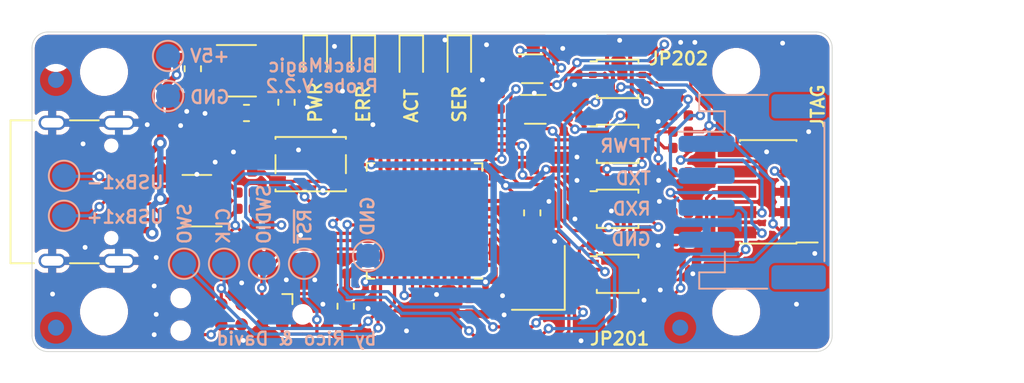
<source format=kicad_pcb>
(kicad_pcb (version 20171130) (host pcbnew "(5.1.6-rc1)")
  (layers (0 F.Cu signal) (31 B.Cu signal) (34 B.Paste user hide) (35 F.Paste user hide) (36 B.SilkS user hide) (37 F.SilkS user hide) (38 B.Mask user hide) (39 F.Mask user hide) (44 Edge.Cuts user hide))
  (net 0 "")
  (net 1 GND)
  (net 2 +5V)
  (net 3 "Net-(C102-Pad1)")
  (net 4 +3V3)
  (net 5 xTPWR)
  (net 6 /Sheet5F25207C/~RST)
  (net 7 "Net-(C309-Pad1)")
  (net 8 /Sheet5F25207C/LED0)
  (net 9 /Sheet5F25207C/LED1)
  (net 10 RST)
  (net 11 TDI)
  (net 12 KEY)
  (net 13 TDO)
  (net 14 TCK)
  (net 15 TMS)
  (net 16 TPWR)
  (net 17 /Sheet5F21D67E/RXD)
  (net 18 /Sheet5F21D67E/TXD)
  (net 19 "Net-(J301-PadB5)")
  (net 20 /Sheet5F25207C/USBx1+)
  (net 21 "Net-(J301-PadA8)")
  (net 22 "Net-(J301-PadA5)")
  (net 23 "Net-(J301-PadB8)")
  (net 24 /Sheet5F25207C/USBx1-)
  (net 25 "Net-(J302-Pad8)")
  (net 26 "Net-(J302-Pad7)")
  (net 27 /Sheet5F25207C/TRACESWO)
  (net 28 /Sheet5F25207C/SWDCLK)
  (net 29 /Sheet5F25207C/SDWIO)
  (net 30 xKEY)
  (net 31 xRXD)
  (net 32 xTDI)
  (net 33 xTXD)
  (net 34 PWR_BR)
  (net 35 "Net-(Q201-Pad1)")
  (net 36 xRST)
  (net 37 iRST)
  (net 38 iRST_SENSE)
  (net 39 xTMS)
  (net 40 xTCK)
  (net 41 xTDO)
  (net 42 /Sheet5F25207C/USBx2+)
  (net 43 /Sheet5F25207C/VBUS)
  (net 44 /Sheet5F25207C/USBx2-)
  (net 45 "Net-(R309-Pad2)")
  (net 46 "Net-(R310-Pad2)")
  (net 47 iTXD)
  (net 48 iTDI)
  (net 49 iTCK)
  (net 50 iRXD)
  (net 51 iTDO)
  (net 52 iTMS_DIR)
  (net 53 iTMS)
  (net 54 "Net-(U302-Pad46)")
  (net 55 "Net-(U302-Pad45)")
  (net 56 "Net-(U302-Pad38)")
  (net 57 "Net-(U302-Pad28)")
  (net 58 "Net-(U302-Pad10)")
  (net 59 /Sheet5F25207C/HSE_OUT)
  (net 60 /Sheet5F25207C/HSE_IN)
  (net 61 "Net-(U302-Pad4)")
  (net 62 "Net-(U302-Pad3)")
  (net 63 "Net-(U302-Pad2)")
  (net 64 "Net-(D301-Pad2)")
  (net 65 "Net-(D302-Pad2)")
  (net 66 "Net-(D303-Pad2)")
  (net 67 "Net-(D304-Pad2)")
  (net 68 /Sheet5F25207C/USB_P)
  (net 69 /Sheet5F25207C/USB_N)
  (net 70 /Sheet5F25207C/B2)
  (net 71 /Sheet5F25207C/LED2)
  (net 72 "Net-(U302-Pad27)")
  (module TestPoint:TestPoint_Pad_D1.5mm (layer B.Cu) (at 141 134 90)
    (fp_text reference TP309 hide)
    (fp_text value GND (at 1.158 -0.03 90) (layer B.SilkS) (effects (font (size 0.8 0.8)) (justify right mirror)))
    (pad 1 smd circle (at 0 0 90) (size 1.5 1.5) (layers B.Cu B.Mask) (net 1 GND))
  )
  (module TestPoint:TestPoint_Pad_D1.5mm (layer B.Cu) (at 134.5 134.5 180)
    (fp_text reference TP308 hide)
    (fp_text value SWDIO (at 0.007 1.15 270) (layer B.SilkS) (effects (font (size 0.8 0.8)) (justify right mirror)))
    (pad 1 smd circle (at 0 0 180) (size 1.5 1.5) (layers B.Cu B.Mask) (net 29 /Sheet5F25207C/SDWIO))
  )
  (module TestPoint:TestPoint_Pad_D1.5mm (layer B.Cu) (at 132 134.5 90)
    (fp_text reference TP307 hide)
    (fp_text value CLK (at 1.15 -0.047 90) (layer B.SilkS) (effects (font (size 0.8 0.8)) (justify right mirror)))
    (pad 1 smd circle (at 0 0 90) (size 1.5 1.5) (layers B.Cu B.Mask) (net 28 /Sheet5F25207C/SWDCLK))
  )
  (module TestPoint:TestPoint_Pad_D1.5mm (layer B.Cu) (at 129.5 134.5 90)
    (fp_text reference TP306 hide)
    (fp_text value SWO (at 1.15 0.04 90) (layer B.SilkS) (effects (font (size 0.8 0.8)) (justify right mirror)))
    (pad 1 smd circle (at 0 0 90) (size 1.5 1.5) (layers B.Cu B.Mask) (net 27 /Sheet5F25207C/TRACESWO))
  )
  (module TestPoint:TestPoint_Pad_D1.5mm (layer B.Cu) (at 128.5 124 90)
    (fp_text reference TP305 hide)
    (fp_text value GND (at -0.079 1.294 180) (layer B.SilkS) (effects (font (size 0.8 0.8)) (justify right mirror)))
    (pad 1 smd circle (at 0 0 90) (size 1.5 1.5) (layers B.Cu B.Mask) (net 1 GND))
  )
  (module TestPoint:TestPoint_Pad_D1.5mm (layer B.Cu) (at 122 131.5 90)
    (fp_text reference TP304 hide)
    (fp_text value USBx1+ (at -0.072 1.317 180) (layer B.SilkS) (effects (font (size 0.8 0.8)) (justify right mirror)))
    (pad 1 smd circle (at 0 0 90) (size 1.5 1.5) (layers B.Cu B.Mask) (net 20 /Sheet5F25207C/USBx1+))
  )
  (module TestPoint:TestPoint_Pad_D1.5mm (layer B.Cu) (at 122 129 90)
    (fp_text reference TP303 hide)
    (fp_text value USBx1- (at -0.413 1.317) (layer B.SilkS) (effects (font (size 0.8 0.8)) (justify right mirror)))
    (pad 1 smd circle (at 0 0 90) (size 1.5 1.5) (layers B.Cu B.Mask) (net 24 /Sheet5F25207C/USBx1-))
  )
  (module TestPoint:TestPoint_Pad_D1.5mm (layer B.Cu) (at 128.5 121.5 90)
    (fp_text reference TP302 hide)
    (fp_text value +5V (at 0 1.294 180) (layer B.SilkS) (effects (font (size 0.8 0.8)) (justify right mirror)))
    (pad 1 smd circle (at 0 0 90) (size 1.5 1.5) (layers B.Cu B.Mask) (net 2 +5V))
  )
  (module TestPoint:TestPoint_Pad_D1.5mm (layer B.Cu) (at 137 134.5 90)
    (fp_text reference TP301 hide)
    (fp_text value ~RST (at 1.15 0.033 90) (layer B.SilkS) (effects (font (size 0.8 0.8)) (justify right mirror)))
    (pad 1 smd circle (at 0 0 90) (size 1.5 1.5) (layers B.Cu B.Mask) (net 6 /Sheet5F25207C/~RST))
  )
  (module MountingHole:MountingHole_2.7mm_M2.5_DIN965 (layer F.Cu) (at 164 122.5)
    (fp_text reference H4 hide)
    (fp_text value MountingHole)
    (pad 1 np_thru_hole circle (at 0 0) (size 2.7 2.7) (drill 2.7) (layers *.Cu *.Mask))
  )
  (module MountingHole:MountingHole_2.7mm_M2.5_DIN965 (layer F.Cu) (at 164 137.5)
    (fp_text reference H3 hide)
    (fp_text value MountingHole)
    (pad 1 np_thru_hole circle (at 0 0) (size 2.7 2.7) (drill 2.7) (layers *.Cu *.Mask))
  )
  (module MountingHole:MountingHole_2.7mm_M2.5_DIN965 (layer F.Cu) (at 124.5 122.5)
    (fp_text reference H2 hide)
    (fp_text value MountingHole)
    (pad 1 np_thru_hole circle (at 0 0) (size 2.7 2.7) (drill 2.7) (layers *.Cu *.Mask))
  )
  (module MountingHole:MountingHole_2.7mm_M2.5_DIN965 (layer F.Cu) (at 124.5 137.5)
    (fp_text reference H1 hide)
    (fp_text value MountingHole)
    (pad 1 np_thru_hole circle (at 0 0) (size 2.7 2.7) (drill 2.7) (layers *.Cu *.Mask))
  )
  (module Fiducial:Fiducial_1mm_Mask2mm (layer B.Cu) (at 121.5 138.5)
    (fp_text reference FID6 hide)
    (fp_text value Fiducial)
    (pad "" smd circle (at 0 0) (size 1 1) (layers B.Cu B.Mask) (clearance 0.5))
  )
  (module Fiducial:Fiducial_1mm_Mask2mm (layer B.Cu) (at 160.5 138.5)
    (fp_text reference FID5 hide)
    (fp_text value Fiducial)
    (pad "" smd circle (at 0 0) (size 1 1) (layers B.Cu B.Mask) (clearance 0.5))
  )
  (module Fiducial:Fiducial_1mm_Mask2mm (layer B.Cu) (at 121.5 123)
    (fp_text reference FID4 hide)
    (fp_text value Fiducial)
    (pad "" smd circle (at 0 0) (size 1 1) (layers B.Cu B.Mask) (clearance 0.5))
  )
  (module Fiducial:Fiducial_1mm_Mask2mm (layer F.Cu) (at 168.5 121.5)
    (fp_text reference FID3 hide)
    (fp_text value Fiducial)
    (pad "" smd circle (at 0 0) (size 1 1) (layers F.Cu F.Mask) (clearance 0.5))
  )
  (module Fiducial:Fiducial_1mm_Mask2mm (layer F.Cu) (at 168.5 138.5)
    (fp_text reference FID2 hide)
    (fp_text value Fiducial)
    (pad "" smd circle (at 0 0) (size 1 1) (layers F.Cu F.Mask) (clearance 0.5))
  )
  (module Fiducial:Fiducial_1mm_Mask2mm (layer F.Cu) (at 121.5 121.5)
    (fp_text reference FID1 hide)
    (fp_text value Fiducial)
    (pad "" smd circle (at 0 0) (size 1 1) (layers F.Cu F.Mask) (clearance 0.5))
  )
  (module Connector_JST:JST_PH_S4B-PH-SM4-TB_1x04-1MP_P2.00mm_Horizontal (layer B.Cu) (at 165 130 270)
    (fp_text reference J202 hide)
    (fp_text value PH1x4)
    (pad MP smd roundrect (at 5.35 -2.9 270) (size 1.5 3.4) (layers B.Cu B.Paste B.Mask) (roundrect_rratio 0.166667))
    (pad MP smd roundrect (at -5.35 -2.9 270) (size 1.5 3.4) (layers B.Cu B.Paste B.Mask) (roundrect_rratio 0.166667))
    (pad 4 smd roundrect (at 3 2.85 270) (size 1 3.5) (layers B.Cu B.Paste B.Mask) (net 1 GND))
    (pad 3 smd roundrect (at 1 2.85 270) (size 1 3.5) (layers B.Cu B.Paste B.Mask) (net 17 /Sheet5F21D67E/RXD))
    (pad 2 smd roundrect (at -1 2.85 270) (size 1 3.5) (layers B.Cu B.Paste B.Mask) (net 18 /Sheet5F21D67E/TXD))
    (pad 1 smd roundrect (at -3 2.85 270) (size 1 3.5) (layers B.Cu B.Paste B.Mask) (net 16 TPWR))
  )
  (module Button_Switch_SMD:SW_SPST_PTS810 (layer F.Cu) (at 137.414 128.27 180)
    (fp_text reference SW301 hide)
    (fp_text value SW_DIP_x01)
    (pad 2 smd rect (at 2.075 1.075 180) (size 1.05 0.65) (layers F.Cu F.Paste F.Mask) (net 1 GND))
    (pad 2 smd rect (at -2.075 1.075 180) (size 1.05 0.65) (layers F.Cu F.Paste F.Mask) (net 1 GND))
    (pad 1 smd rect (at 2.075 -1.075 180) (size 1.05 0.65) (layers F.Cu F.Paste F.Mask) (net 46 "Net-(R310-Pad2)"))
    (pad 1 smd rect (at -2.075 -1.075 180) (size 1.05 0.65) (layers F.Cu F.Paste F.Mask) (net 46 "Net-(R310-Pad2)"))
  )
  (module Crystal:Crystal_SMD_3225-4Pin_3.2x2.5mm (layer F.Cu) (at 151.638 135.382 90)
    (fp_text reference Y301 hide)
    (fp_text value 8MHz)
    (pad 4 smd rect (at -1.1 -0.85 90) (size 1.4 1.2) (layers F.Cu F.Paste F.Mask) (net 1 GND))
    (pad 3 smd rect (at 1.1 -0.85 90) (size 1.4 1.2) (layers F.Cu F.Paste F.Mask) (net 59 /Sheet5F25207C/HSE_OUT))
    (pad 2 smd rect (at 1.1 0.85 90) (size 1.4 1.2) (layers F.Cu F.Paste F.Mask) (net 1 GND))
    (pad 1 smd rect (at -1.1 0.85 90) (size 1.4 1.2) (layers F.Cu F.Paste F.Mask) (net 60 /Sheet5F25207C/HSE_IN))
  )
  (module Package_DFN_QFN:QFN-48-1EP_7x7mm_P0.5mm_EP5.6x5.6mm (layer F.Cu) (at 144.526 131.826 180)
    (fp_text reference U302 hide)
    (fp_text value STM32F103CBUx)
    (pad 49 smd rect (at 0 0 180) (size 5.6 5.6) (layers F.Cu F.Mask) (net 1 GND))
    (pad 48 smd roundrect (at -2.75 -3.4375 180) (size 0.25 0.875) (layers F.Cu F.Paste F.Mask) (net 4 +3V3))
    (pad 47 smd roundrect (at -2.25 -3.4375 180) (size 0.25 0.875) (layers F.Cu F.Paste F.Mask) (net 1 GND))
    (pad 46 smd roundrect (at -1.75 -3.4375 180) (size 0.25 0.875) (layers F.Cu F.Paste F.Mask) (net 54 "Net-(U302-Pad46)"))
    (pad 45 smd roundrect (at -1.25 -3.4375 180) (size 0.25 0.875) (layers F.Cu F.Paste F.Mask) (net 55 "Net-(U302-Pad45)"))
    (pad 44 smd roundrect (at -0.75 -3.4375 180) (size 0.25 0.875) (layers F.Cu F.Paste F.Mask) (net 1 GND))
    (pad 43 smd roundrect (at -0.25 -3.4375 180) (size 0.25 0.875) (layers F.Cu F.Paste F.Mask) (net 70 /Sheet5F25207C/B2))
    (pad 42 smd roundrect (at 0.25 -3.4375 180) (size 0.25 0.875) (layers F.Cu F.Paste F.Mask) (net 4 +3V3))
    (pad 41 smd roundrect (at 0.75 -3.4375 180) (size 0.25 0.875) (layers F.Cu F.Paste F.Mask) (net 4 +3V3))
    (pad 40 smd roundrect (at 1.25 -3.4375 180) (size 0.25 0.875) (layers F.Cu F.Paste F.Mask) (net 4 +3V3))
    (pad 39 smd roundrect (at 1.75 -3.4375 180) (size 0.25 0.875) (layers F.Cu F.Paste F.Mask) (net 27 /Sheet5F25207C/TRACESWO))
    (pad 38 smd roundrect (at 2.25 -3.4375 180) (size 0.25 0.875) (layers F.Cu F.Paste F.Mask) (net 56 "Net-(U302-Pad38)"))
    (pad 37 smd roundrect (at 2.75 -3.4375 180) (size 0.25 0.875) (layers F.Cu F.Paste F.Mask) (net 28 /Sheet5F25207C/SWDCLK))
    (pad 36 smd roundrect (at 3.4375 -2.75 180) (size 0.875 0.25) (layers F.Cu F.Paste F.Mask) (net 4 +3V3))
    (pad 35 smd roundrect (at 3.4375 -2.25 180) (size 0.875 0.25) (layers F.Cu F.Paste F.Mask) (net 1 GND))
    (pad 34 smd roundrect (at 3.4375 -1.75 180) (size 0.875 0.25) (layers F.Cu F.Paste F.Mask) (net 29 /Sheet5F25207C/SDWIO))
    (pad 33 smd roundrect (at 3.4375 -1.25 180) (size 0.875 0.25) (layers F.Cu F.Paste F.Mask) (net 68 /Sheet5F25207C/USB_P))
    (pad 32 smd roundrect (at 3.4375 -0.75 180) (size 0.875 0.25) (layers F.Cu F.Paste F.Mask) (net 69 /Sheet5F25207C/USB_N))
    (pad 31 smd roundrect (at 3.4375 -0.25 180) (size 0.875 0.25) (layers F.Cu F.Paste F.Mask) (net 50 iRXD))
    (pad 30 smd roundrect (at 3.4375 0.25 180) (size 0.875 0.25) (layers F.Cu F.Paste F.Mask) (net 47 iTXD))
    (pad 29 smd roundrect (at 3.4375 0.75 180) (size 0.875 0.25) (layers F.Cu F.Paste F.Mask) (net 45 "Net-(R309-Pad2)"))
    (pad 28 smd roundrect (at 3.4375 1.25 180) (size 0.875 0.25) (layers F.Cu F.Paste F.Mask) (net 57 "Net-(U302-Pad28)"))
    (pad 27 smd roundrect (at 3.4375 1.75 180) (size 0.875 0.25) (layers F.Cu F.Paste F.Mask) (net 72 "Net-(U302-Pad27)"))
    (pad 26 smd roundrect (at 3.4375 2.25 180) (size 0.875 0.25) (layers F.Cu F.Paste F.Mask) (net 43 /Sheet5F25207C/VBUS))
    (pad 25 smd roundrect (at 3.4375 2.75 180) (size 0.875 0.25) (layers F.Cu F.Paste F.Mask) (net 46 "Net-(R310-Pad2)"))
    (pad 24 smd roundrect (at 2.75 3.4375 180) (size 0.25 0.875) (layers F.Cu F.Paste F.Mask) (net 4 +3V3))
    (pad 23 smd roundrect (at 2.25 3.4375 180) (size 0.25 0.875) (layers F.Cu F.Paste F.Mask) (net 1 GND))
    (pad 22 smd roundrect (at 1.75 3.4375 180) (size 0.25 0.875) (layers F.Cu F.Paste F.Mask) (net 71 /Sheet5F25207C/LED2))
    (pad 21 smd roundrect (at 1.25 3.4375 180) (size 0.25 0.875) (layers F.Cu F.Paste F.Mask) (net 9 /Sheet5F25207C/LED1))
    (pad 20 smd roundrect (at 0.75 3.4375 180) (size 0.25 0.875) (layers F.Cu F.Paste F.Mask) (net 8 /Sheet5F25207C/LED0))
    (pad 19 smd roundrect (at 0.25 3.4375 180) (size 0.25 0.875) (layers F.Cu F.Paste F.Mask) (net 34 PWR_BR))
    (pad 18 smd roundrect (at -0.25 3.4375 180) (size 0.25 0.875) (layers F.Cu F.Paste F.Mask) (net 7 "Net-(C309-Pad1)"))
    (pad 17 smd roundrect (at -0.75 3.4375 180) (size 0.25 0.875) (layers F.Cu F.Paste F.Mask) (net 38 iRST_SENSE))
    (pad 16 smd roundrect (at -1.25 3.4375 180) (size 0.25 0.875) (layers F.Cu F.Paste F.Mask) (net 51 iTDO))
    (pad 15 smd roundrect (at -1.75 3.4375 180) (size 0.25 0.875) (layers F.Cu F.Paste F.Mask) (net 49 iTCK))
    (pad 14 smd roundrect (at -2.25 3.4375 180) (size 0.25 0.875) (layers F.Cu F.Paste F.Mask) (net 53 iTMS))
    (pad 13 smd roundrect (at -2.75 3.4375 180) (size 0.25 0.875) (layers F.Cu F.Paste F.Mask) (net 48 iTDI))
    (pad 12 smd roundrect (at -3.4375 2.75 180) (size 0.875 0.25) (layers F.Cu F.Paste F.Mask) (net 37 iRST))
    (pad 11 smd roundrect (at -3.4375 2.25 180) (size 0.875 0.25) (layers F.Cu F.Paste F.Mask) (net 52 iTMS_DIR))
    (pad 10 smd roundrect (at -3.4375 1.75 180) (size 0.875 0.25) (layers F.Cu F.Paste F.Mask) (net 58 "Net-(U302-Pad10)"))
    (pad 9 smd roundrect (at -3.4375 1.25 180) (size 0.875 0.25) (layers F.Cu F.Paste F.Mask) (net 4 +3V3))
    (pad 8 smd roundrect (at -3.4375 0.75 180) (size 0.875 0.25) (layers F.Cu F.Paste F.Mask) (net 1 GND))
    (pad 7 smd roundrect (at -3.4375 0.25 180) (size 0.875 0.25) (layers F.Cu F.Paste F.Mask) (net 6 /Sheet5F25207C/~RST))
    (pad 6 smd roundrect (at -3.4375 -0.25 180) (size 0.875 0.25) (layers F.Cu F.Paste F.Mask) (net 59 /Sheet5F25207C/HSE_OUT))
    (pad 5 smd roundrect (at -3.4375 -0.75 180) (size 0.875 0.25) (layers F.Cu F.Paste F.Mask) (net 60 /Sheet5F25207C/HSE_IN))
    (pad 4 smd roundrect (at -3.4375 -1.25 180) (size 0.875 0.25) (layers F.Cu F.Paste F.Mask) (net 61 "Net-(U302-Pad4)"))
    (pad 3 smd roundrect (at -3.4375 -1.75 180) (size 0.875 0.25) (layers F.Cu F.Paste F.Mask) (net 62 "Net-(U302-Pad3)"))
    (pad 2 smd roundrect (at -3.4375 -2.25 180) (size 0.875 0.25) (layers F.Cu F.Paste F.Mask) (net 63 "Net-(U302-Pad2)"))
    (pad 1 smd roundrect (at -3.4375 -2.75 180) (size 0.875 0.25) (layers F.Cu F.Paste F.Mask) (net 4 +3V3))
  )
  (module Package_TO_SOT_SMD:SOT-23-6 (layer F.Cu) (at 130.302 130.556 180)
    (fp_text reference U301 hide)
    (fp_text value USBLC6-2SC6)
    (pad 5 smd rect (at 1.1 0 180) (size 1.06 0.65) (layers F.Cu F.Paste F.Mask) (net 2 +5V))
    (pad 6 smd rect (at 1.1 -0.95 180) (size 1.06 0.65) (layers F.Cu F.Paste F.Mask) (net 20 /Sheet5F25207C/USBx1+))
    (pad 4 smd rect (at 1.1 0.95 180) (size 1.06 0.65) (layers F.Cu F.Paste F.Mask) (net 24 /Sheet5F25207C/USBx1-))
    (pad 3 smd rect (at -1.1 0.95 180) (size 1.06 0.65) (layers F.Cu F.Paste F.Mask) (net 44 /Sheet5F25207C/USBx2-))
    (pad 2 smd rect (at -1.1 0 180) (size 1.06 0.65) (layers F.Cu F.Paste F.Mask) (net 1 GND))
    (pad 1 smd rect (at -1.1 -0.95 180) (size 1.06 0.65) (layers F.Cu F.Paste F.Mask) (net 42 /Sheet5F25207C/USBx2+))
  )
  (module Package_SO:VSSOP-8_2.4x2.1mm_P0.5mm (layer F.Cu) (at 156.591 131.064)
    (fp_text reference U204 hide)
    (fp_text value SN74LVC2T45DCUR)
    (pad 8 smd rect (at 1.55 -0.75) (size 0.75 0.25) (layers F.Cu F.Paste F.Mask) (net 5 xTPWR))
    (pad 7 smd rect (at 1.55 -0.25) (size 0.75 0.25) (layers F.Cu F.Paste F.Mask) (net 1 GND))
    (pad 6 smd rect (at 1.55 0.25) (size 0.75 0.25) (layers F.Cu F.Paste F.Mask) (net 39 xTMS))
    (pad 5 smd rect (at 1.55 0.75) (size 0.75 0.25) (layers F.Cu F.Paste F.Mask) (net 52 iTMS_DIR))
    (pad 4 smd rect (at -1.55 0.75) (size 0.75 0.25) (layers F.Cu F.Paste F.Mask) (net 1 GND))
    (pad 3 smd rect (at -1.55 0.25) (size 0.75 0.25) (layers F.Cu F.Paste F.Mask) (net 53 iTMS))
    (pad 2 smd rect (at -1.55 -0.25) (size 0.75 0.25) (layers F.Cu F.Paste F.Mask) (net 1 GND))
    (pad 1 smd rect (at -1.55 -0.75) (size 0.75 0.25) (layers F.Cu F.Paste F.Mask) (net 4 +3V3))
  )
  (module Package_SO:VSSOP-8_2.4x2.1mm_P0.5mm (layer F.Cu) (at 156.591 135.128)
    (fp_text reference U203 hide)
    (fp_text value SN74LVC2T45DCUR)
    (pad 8 smd rect (at 1.55 -0.75) (size 0.75 0.25) (layers F.Cu F.Paste F.Mask) (net 5 xTPWR))
    (pad 7 smd rect (at 1.55 -0.25) (size 0.75 0.25) (layers F.Cu F.Paste F.Mask) (net 41 xTDO))
    (pad 6 smd rect (at 1.55 0.25) (size 0.75 0.25) (layers F.Cu F.Paste F.Mask) (net 31 xRXD))
    (pad 5 smd rect (at 1.55 0.75) (size 0.75 0.25) (layers F.Cu F.Paste F.Mask) (net 1 GND))
    (pad 4 smd rect (at -1.55 0.75) (size 0.75 0.25) (layers F.Cu F.Paste F.Mask) (net 1 GND))
    (pad 3 smd rect (at -1.55 0.25) (size 0.75 0.25) (layers F.Cu F.Paste F.Mask) (net 50 iRXD))
    (pad 2 smd rect (at -1.55 -0.25) (size 0.75 0.25) (layers F.Cu F.Paste F.Mask) (net 51 iTDO))
    (pad 1 smd rect (at -1.55 -0.75) (size 0.75 0.25) (layers F.Cu F.Paste F.Mask) (net 4 +3V3))
  )
  (module Package_SO:VSSOP-8_2.4x2.1mm_P0.5mm (layer F.Cu) (at 156.591 127)
    (fp_text reference U202 hide)
    (fp_text value SN74LVC2T45DCUR)
    (pad 8 smd rect (at 1.55 -0.75) (size 0.75 0.25) (layers F.Cu F.Paste F.Mask) (net 5 xTPWR))
    (pad 7 smd rect (at 1.55 -0.25) (size 0.75 0.25) (layers F.Cu F.Paste F.Mask) (net 40 xTCK))
    (pad 6 smd rect (at 1.55 0.25) (size 0.75 0.25) (layers F.Cu F.Paste F.Mask) (net 32 xTDI))
    (pad 5 smd rect (at 1.55 0.75) (size 0.75 0.25) (layers F.Cu F.Paste F.Mask) (net 4 +3V3))
    (pad 4 smd rect (at -1.55 0.75) (size 0.75 0.25) (layers F.Cu F.Paste F.Mask) (net 1 GND))
    (pad 3 smd rect (at -1.55 0.25) (size 0.75 0.25) (layers F.Cu F.Paste F.Mask) (net 48 iTDI))
    (pad 2 smd rect (at -1.55 -0.25) (size 0.75 0.25) (layers F.Cu F.Paste F.Mask) (net 49 iTCK))
    (pad 1 smd rect (at -1.55 -0.75) (size 0.75 0.25) (layers F.Cu F.Paste F.Mask) (net 4 +3V3))
  )
  (module Package_SO:VSSOP-8_2.4x2.1mm_P0.5mm (layer F.Cu) (at 156.591 122.936)
    (fp_text reference U201 hide)
    (fp_text value SN74LVC2T45DCUR)
    (pad 8 smd rect (at 1.55 -0.75) (size 0.75 0.25) (layers F.Cu F.Paste F.Mask) (net 5 xTPWR))
    (pad 7 smd rect (at 1.55 -0.25) (size 0.75 0.25) (layers F.Cu F.Paste F.Mask) (net 1 GND))
    (pad 6 smd rect (at 1.55 0.25) (size 0.75 0.25) (layers F.Cu F.Paste F.Mask) (net 33 xTXD))
    (pad 5 smd rect (at 1.55 0.75) (size 0.75 0.25) (layers F.Cu F.Paste F.Mask) (net 4 +3V3))
    (pad 4 smd rect (at -1.55 0.75) (size 0.75 0.25) (layers F.Cu F.Paste F.Mask) (net 1 GND))
    (pad 3 smd rect (at -1.55 0.25) (size 0.75 0.25) (layers F.Cu F.Paste F.Mask) (net 47 iTXD))
    (pad 2 smd rect (at -1.55 -0.25) (size 0.75 0.25) (layers F.Cu F.Paste F.Mask) (net 1 GND))
    (pad 1 smd rect (at -1.55 -0.75) (size 0.75 0.25) (layers F.Cu F.Paste F.Mask) (net 4 +3V3))
  )
  (module Package_TO_SOT_SMD:SOT-23-5 (layer F.Cu) (at 133.096 122.428)
    (fp_text reference U101 hide)
    (fp_text value LP2985-3.3)
    (pad 5 smd rect (at 1.1 -0.95) (size 1.06 0.65) (layers F.Cu F.Paste F.Mask) (net 4 +3V3))
    (pad 4 smd rect (at 1.1 0.95) (size 1.06 0.65) (layers F.Cu F.Paste F.Mask) (net 3 "Net-(C102-Pad1)"))
    (pad 3 smd rect (at -1.1 0.95) (size 1.06 0.65) (layers F.Cu F.Paste F.Mask) (net 2 +5V))
    (pad 2 smd rect (at -1.1 0) (size 1.06 0.65) (layers F.Cu F.Paste F.Mask) (net 1 GND))
    (pad 1 smd rect (at -1.1 -0.95) (size 1.06 0.65) (layers F.Cu F.Paste F.Mask) (net 2 +5V))
  )
  (module Resistor_SMD:R_0402_1005Metric (layer F.Cu) (at 141.9 124.5 90)
    (fp_text reference R314 hide)
    (fp_text value 330)
    (pad 2 smd roundrect (at 0.485 0 90) (size 0.59 0.64) (layers F.Cu F.Paste F.Mask) (net 67 "Net-(D304-Pad2)"))
    (pad 1 smd roundrect (at -0.485 0 90) (size 0.59 0.64) (layers F.Cu F.Paste F.Mask) (net 71 /Sheet5F25207C/LED2))
  )
  (module Resistor_SMD:R_0402_1005Metric (layer F.Cu) (at 142.2 121.7 90)
    (fp_text reference R313 hide)
    (fp_text value 330)
    (pad 2 smd roundrect (at 0.485 0 90) (size 0.59 0.64) (layers F.Cu F.Paste F.Mask) (net 66 "Net-(D303-Pad2)"))
    (pad 1 smd roundrect (at -0.485 0 90) (size 0.59 0.64) (layers F.Cu F.Paste F.Mask) (net 9 /Sheet5F25207C/LED1))
  )
  (module Resistor_SMD:R_0402_1005Metric (layer F.Cu) (at 145.3 121.9 90)
    (fp_text reference R312 hide)
    (fp_text value 330)
    (pad 2 smd roundrect (at 0.485 0 90) (size 0.59 0.64) (layers F.Cu F.Paste F.Mask) (net 65 "Net-(D302-Pad2)"))
    (pad 1 smd roundrect (at -0.485 0 90) (size 0.59 0.64) (layers F.Cu F.Paste F.Mask) (net 8 /Sheet5F25207C/LED0))
  )
  (module Resistor_SMD:R_0402_1005Metric (layer F.Cu) (at 135.9 121.6 90)
    (fp_text reference R311 hide)
    (fp_text value 330)
    (pad 2 smd roundrect (at 0.485 0 90) (size 0.59 0.64) (layers F.Cu F.Paste F.Mask) (net 64 "Net-(D301-Pad2)"))
    (pad 1 smd roundrect (at -0.485 0 90) (size 0.59 0.64) (layers F.Cu F.Paste F.Mask) (net 4 +3V3))
  )
  (module Resistor_SMD:R_0402_1005Metric (layer F.Cu) (at 133.7564 128.27 270)
    (fp_text reference R310 hide)
    (fp_text value 10k)
    (pad 2 smd roundrect (at 0.485 0 270) (size 0.59 0.64) (layers F.Cu F.Paste F.Mask) (net 46 "Net-(R310-Pad2)"))
    (pad 1 smd roundrect (at -0.485 0 270) (size 0.59 0.64) (layers F.Cu F.Paste F.Mask) (net 4 +3V3))
  )
  (module Resistor_SMD:R_0402_1005Metric (layer F.Cu) (at 134.366 132.08)
    (fp_text reference R309 hide)
    (fp_text value 1k5)
    (pad 2 smd roundrect (at 0.485 0) (size 0.59 0.64) (layers F.Cu F.Paste F.Mask) (net 45 "Net-(R309-Pad2)"))
    (pad 1 smd roundrect (at -0.485 0) (size 0.59 0.64) (layers F.Cu F.Paste F.Mask) (net 68 /Sheet5F25207C/USB_P))
  )
  (module Resistor_SMD:R_0402_1005Metric (layer F.Cu) (at 134.366 133.096)
    (fp_text reference R308 hide)
    (fp_text value 10k)
    (pad 2 smd roundrect (at 0.485 0) (size 0.59 0.64) (layers F.Cu F.Paste F.Mask) (net 1 GND))
    (pad 1 smd roundrect (at -0.485 0) (size 0.59 0.64) (layers F.Cu F.Paste F.Mask) (net 43 /Sheet5F25207C/VBUS))
  )
  (module Resistor_SMD:R_0402_1005Metric (layer F.Cu) (at 129.159 127.889)
    (fp_text reference R307 hide)
    (fp_text value 5k1)
    (pad 2 smd roundrect (at 0.485 0) (size 0.59 0.64) (layers F.Cu F.Paste F.Mask) (net 1 GND))
    (pad 1 smd roundrect (at -0.485 0) (size 0.59 0.64) (layers F.Cu F.Paste F.Mask) (net 22 "Net-(J301-PadA5)"))
  )
  (module Resistor_SMD:R_0402_1005Metric (layer F.Cu) (at 129.032 132.969)
    (fp_text reference R306 hide)
    (fp_text value 5k1)
    (pad 2 smd roundrect (at 0.485 0) (size 0.59 0.64) (layers F.Cu F.Paste F.Mask) (net 1 GND))
    (pad 1 smd roundrect (at -0.485 0) (size 0.59 0.64) (layers F.Cu F.Paste F.Mask) (net 19 "Net-(J301-PadB5)"))
  )
  (module Resistor_SMD:R_0402_1005Metric (layer F.Cu) (at 147.193 124.333 90)
    (fp_text reference R305 hide)
    (fp_text value 10k)
    (pad 2 smd roundrect (at 0.485 0 90) (size 0.59 0.64) (layers F.Cu F.Paste F.Mask) (net 1 GND))
    (pad 1 smd roundrect (at -0.485 0 90) (size 0.59 0.64) (layers F.Cu F.Paste F.Mask) (net 7 "Net-(C309-Pad1)"))
  )
  (module Resistor_SMD:R_0402_1005Metric (layer F.Cu) (at 149.225 124.333 270)
    (fp_text reference R304 hide)
    (fp_text value 4k7)
    (pad 2 smd roundrect (at 0.485 0 270) (size 0.59 0.64) (layers F.Cu F.Paste F.Mask) (net 7 "Net-(C309-Pad1)"))
    (pad 1 smd roundrect (at -0.485 0 270) (size 0.59 0.64) (layers F.Cu F.Paste F.Mask) (net 16 TPWR))
  )
  (module Resistor_SMD:R_0402_1005Metric (layer F.Cu) (at 133.35 130.048 180)
    (fp_text reference R303 hide)
    (fp_text value 22)
    (pad 2 smd roundrect (at 0.485 0 180) (size 0.59 0.64) (layers F.Cu F.Paste F.Mask) (net 44 /Sheet5F25207C/USBx2-))
    (pad 1 smd roundrect (at -0.485 0 180) (size 0.59 0.64) (layers F.Cu F.Paste F.Mask) (net 69 /Sheet5F25207C/USB_N))
  )
  (module Resistor_SMD:R_0402_1005Metric (layer F.Cu) (at 131.318 133.096)
    (fp_text reference R302 hide)
    (fp_text value 4k7)
    (pad 2 smd roundrect (at 0.485 0) (size 0.59 0.64) (layers F.Cu F.Paste F.Mask) (net 43 /Sheet5F25207C/VBUS))
    (pad 1 smd roundrect (at -0.485 0) (size 0.59 0.64) (layers F.Cu F.Paste F.Mask) (net 2 +5V))
  )
  (module Resistor_SMD:R_0402_1005Metric (layer F.Cu) (at 133.35 131.064 180)
    (fp_text reference R301 hide)
    (fp_text value 22)
    (pad 2 smd roundrect (at 0.485 0 180) (size 0.59 0.64) (layers F.Cu F.Paste F.Mask) (net 42 /Sheet5F25207C/USBx2+))
    (pad 1 smd roundrect (at -0.485 0 180) (size 0.59 0.64) (layers F.Cu F.Paste F.Mask) (net 68 /Sheet5F25207C/USB_P))
  )
  (module Resistor_SMD:R_0402_1005Metric (layer F.Cu) (at 153.4795 124.841 270)
    (fp_text reference R211 hide)
    (fp_text value 10k)
    (pad 2 smd roundrect (at 0.485 0 270) (size 0.59 0.64) (layers F.Cu F.Paste F.Mask) (net 5 xTPWR))
    (pad 1 smd roundrect (at -0.485 0 270) (size 0.59 0.64) (layers F.Cu F.Paste F.Mask) (net 36 xRST))
  )
  (module Resistor_SMD:R_0402_1005Metric (layer F.Cu) (at 149.225 121.793 270)
    (fp_text reference R210 hide)
    (fp_text value 10k)
    (pad 2 smd roundrect (at 0.485 0 270) (size 0.59 0.64) (layers F.Cu F.Paste F.Mask) (net 34 PWR_BR))
    (pad 1 smd roundrect (at -0.485 0 270) (size 0.59 0.64) (layers F.Cu F.Paste F.Mask) (net 35 "Net-(Q201-Pad1)"))
  )
  (module Resistor_SMD:R_0402_1005Metric (layer F.Cu) (at 161.036 134.3 180)
    (fp_text reference R209 hide)
    (fp_text value 100)
    (pad 2 smd roundrect (at 0.485 0 180) (size 0.59 0.64) (layers F.Cu F.Paste F.Mask) (net 31 xRXD))
    (pad 1 smd roundrect (at -0.485 0 180) (size 0.59 0.64) (layers F.Cu F.Paste F.Mask) (net 17 /Sheet5F21D67E/RXD))
  )
  (module Resistor_SMD:R_0402_1005Metric (layer F.Cu) (at 160.528 125.222 180)
    (fp_text reference R208 hide)
    (fp_text value 100)
    (pad 2 smd roundrect (at 0.485 0 180) (size 0.59 0.64) (layers F.Cu F.Paste F.Mask) (net 33 xTXD))
    (pad 1 smd roundrect (at -0.485 0 180) (size 0.59 0.64) (layers F.Cu F.Paste F.Mask) (net 18 /Sheet5F21D67E/TXD))
  )
  (module Resistor_SMD:R_0402_1005Metric (layer F.Cu) (at 159.893 122.682 180)
    (fp_text reference R207 hide)
    (fp_text value 100)
    (pad 2 smd roundrect (at 0.485 0 180) (size 0.59 0.64) (layers F.Cu F.Paste F.Mask) (net 36 xRST))
    (pad 1 smd roundrect (at -0.485 0 180) (size 0.59 0.64) (layers F.Cu F.Paste F.Mask) (net 10 RST))
  )
  (module Resistor_SMD:R_0402_1005Metric (layer F.Cu) (at 160.528 128.778 180)
    (fp_text reference R206 hide)
    (fp_text value 100)
    (pad 2 smd roundrect (at 0.485 0 180) (size 0.59 0.64) (layers F.Cu F.Paste F.Mask) (net 32 xTDI))
    (pad 1 smd roundrect (at -0.485 0 180) (size 0.59 0.64) (layers F.Cu F.Paste F.Mask) (net 11 TDI))
  )
  (module Resistor_SMD:R_0402_1005Metric (layer F.Cu) (at 156.718 138.049 180)
    (fp_text reference R205 hide)
    (fp_text value 100)
    (pad 2 smd roundrect (at 0.485 0 180) (size 0.59 0.64) (layers F.Cu F.Paste F.Mask) (net 30 xKEY))
    (pad 1 smd roundrect (at -0.485 0 180) (size 0.59 0.64) (layers F.Cu F.Paste F.Mask) (net 12 KEY))
  )
  (module Resistor_SMD:R_0402_1005Metric (layer F.Cu) (at 160.6 133.096 180)
    (fp_text reference R204 hide)
    (fp_text value 100)
    (pad 2 smd roundrect (at 0.485 0 180) (size 0.59 0.64) (layers F.Cu F.Paste F.Mask) (net 41 xTDO))
    (pad 1 smd roundrect (at -0.485 0 180) (size 0.59 0.64) (layers F.Cu F.Paste F.Mask) (net 13 TDO))
  )
  (module Resistor_SMD:R_0402_1005Metric (layer F.Cu) (at 160.528 127.254 180)
    (fp_text reference R203 hide)
    (fp_text value 100)
    (pad 2 smd roundrect (at 0.485 0 180) (size 0.59 0.64) (layers F.Cu F.Paste F.Mask) (net 40 xTCK))
    (pad 1 smd roundrect (at -0.485 0 180) (size 0.59 0.64) (layers F.Cu F.Paste F.Mask) (net 14 TCK))
  )
  (module Resistor_SMD:R_0402_1005Metric (layer F.Cu) (at 160.528 131.318 180)
    (fp_text reference R202 hide)
    (fp_text value 100)
    (pad 2 smd roundrect (at 0.485 0 180) (size 0.59 0.64) (layers F.Cu F.Paste F.Mask) (net 39 xTMS))
    (pad 1 smd roundrect (at -0.485 0 180) (size 0.59 0.64) (layers F.Cu F.Paste F.Mask) (net 15 TMS))
  )
  (module Resistor_SMD:R_0402_1005Metric (layer F.Cu) (at 160.528 126.238 180)
    (fp_text reference R201 hide)
    (fp_text value 100)
    (pad 2 smd roundrect (at 0.485 0 180) (size 0.59 0.64) (layers F.Cu F.Paste F.Mask) (net 5 xTPWR))
    (pad 1 smd roundrect (at -0.485 0 180) (size 0.59 0.64) (layers F.Cu F.Paste F.Mask) (net 16 TPWR))
  )
  (module Package_TO_SOT_SMD:SOT-563 (layer F.Cu) (at 151.4475 124.841)
    (fp_text reference Q203 hide)
    (fp_text value DMG1024UV-7)
    (pad 5 smd rect (at 0.75 0) (size 0.7 0.4) (layers F.Cu F.Paste F.Mask) (net 36 xRST))
    (pad 4 smd rect (at 0.75 0.5) (size 0.7 0.4) (layers F.Cu F.Paste F.Mask) (net 1 GND))
    (pad 2 smd rect (at -0.75 0) (size 0.7 0.4) (layers F.Cu F.Paste F.Mask) (net 37 iRST))
    (pad 6 smd rect (at 0.75 -0.5) (size 0.7 0.4) (layers F.Cu F.Paste F.Mask) (net 36 xRST))
    (pad 3 smd rect (at -0.75 0.5) (size 0.7 0.4) (layers F.Cu F.Paste F.Mask) (net 38 iRST_SENSE))
    (pad 1 smd rect (at -0.75 -0.5) (size 0.7 0.4) (layers F.Cu F.Paste F.Mask) (net 1 GND))
  )
  (module Package_TO_SOT_SMD:SOT-563 (layer F.Cu) (at 151.257 122.301)
    (fp_text reference Q201 hide)
    (fp_text value DMG1023UV-7)
    (pad 5 smd rect (at 0.75 0) (size 0.7 0.4) (layers F.Cu F.Paste F.Mask) (net 34 PWR_BR))
    (pad 4 smd rect (at 0.75 0.5) (size 0.7 0.4) (layers F.Cu F.Paste F.Mask) (net 35 "Net-(Q201-Pad1)"))
    (pad 2 smd rect (at -0.75 0) (size 0.7 0.4) (layers F.Cu F.Paste F.Mask) (net 34 PWR_BR))
    (pad 6 smd rect (at 0.75 -0.5) (size 0.7 0.4) (layers F.Cu F.Paste F.Mask) (net 4 +3V3))
    (pad 3 smd rect (at -0.75 0.5) (size 0.7 0.4) (layers F.Cu F.Paste F.Mask) (net 16 TPWR))
    (pad 1 smd rect (at -0.75 -0.5) (size 0.7 0.4) (layers F.Cu F.Paste F.Mask) (net 35 "Net-(Q201-Pad1)"))
  )
  (module Resistor_SMD:R_0402_1005Metric (layer F.Cu) (at 159.893 124.079)
    (fp_text reference JP202 (at 0.508 -2.413) (layer F.SilkS) (effects (font (size 0.8 0.8))))
    (fp_text value TX-TDI)
    (pad 1 smd roundrect (at -0.485 0) (size 0.59 0.64) (layers F.Cu F.Paste F.Mask) (net 33 xTXD))
    (pad 2 smd roundrect (at 0.485 0) (size 0.59 0.64) (layers F.Cu F.Paste F.Mask) (net 32 xTDI))
  )
  (module Resistor_SMD:R_0402_1005Metric (layer F.Cu) (at 156.718 137.033 180)
    (fp_text reference JP201 (at 0 -2.159 180) (layer F.SilkS) (effects (font (size 0.8 0.8))))
    (fp_text value RX-KEY)
    (pad 2 smd roundrect (at 0.485 0 180) (size 0.59 0.64) (layers F.Cu F.Paste F.Mask) (net 30 xKEY))
    (pad 1 smd roundrect (at -0.485 0 180) (size 0.59 0.64) (layers F.Cu F.Paste F.Mask) (net 31 xRXD))
  )
  (module Connector:Tag-Connect_TC2050-IDC-NL_2x05_P1.27mm_Vertical (layer F.Cu) (at 133.096 137.668 180)
    (fp_text reference J302 hide)
    (fp_text value Conn_ARM_JTAG_SWD_10)
    (pad 10 connect circle (at -2.54 -0.635 180) (size 0.7874 0.7874) (layers F.Cu F.Mask) (net 6 /Sheet5F25207C/~RST))
    (pad 9 connect circle (at -1.27 -0.635 180) (size 0.7874 0.7874) (layers F.Cu F.Mask) (net 1 GND))
    (pad 8 connect circle (at 0 -0.635 180) (size 0.7874 0.7874) (layers F.Cu F.Mask) (net 25 "Net-(J302-Pad8)"))
    (pad 7 connect circle (at 1.27 -0.635 180) (size 0.7874 0.7874) (layers F.Cu F.Mask) (net 26 "Net-(J302-Pad7)"))
    (pad 6 connect circle (at 2.54 -0.635 180) (size 0.7874 0.7874) (layers F.Cu F.Mask) (net 27 /Sheet5F25207C/TRACESWO))
    (pad 5 connect circle (at 2.54 0.635 180) (size 0.7874 0.7874) (layers F.Cu F.Mask) (net 1 GND))
    (pad 4 connect circle (at 1.27 0.635 180) (size 0.7874 0.7874) (layers F.Cu F.Mask) (net 28 /Sheet5F25207C/SWDCLK))
    (pad 3 connect circle (at 0 0.635 180) (size 0.7874 0.7874) (layers F.Cu F.Mask) (net 1 GND))
    (pad 2 connect circle (at -1.27 0.635 180) (size 0.7874 0.7874) (layers F.Cu F.Mask) (net 29 /Sheet5F25207C/SDWIO))
    (pad 1 connect circle (at -2.54 0.635 180) (size 0.7874 0.7874) (layers F.Cu F.Mask) (net 4 +3V3))
    (pad "" np_thru_hole circle (at -3.81 0 180) (size 0.9906 0.9906) (drill 0.9906) (layers *.Cu *.Mask))
    (pad "" np_thru_hole circle (at 3.81 1.016 180) (size 0.9906 0.9906) (drill 0.9906) (layers *.Cu *.Mask))
    (pad "" np_thru_hole circle (at 3.81 -1.016 180) (size 0.9906 0.9906) (drill 0.9906) (layers *.Cu *.Mask))
  )
  (module Connector_USB:USB_C_Receptacle_Palconn_UTC16-G (layer F.Cu) (at 123.5 130 270)
    (fp_text reference J301 hide)
    (fp_text value USB_C_Receptacle_USB2.0)
    (pad A12 smd rect (at 3.2 -2.51 270) (size 0.6 1.16) (layers F.Cu F.Paste F.Mask) (net 1 GND))
    (pad A9 smd rect (at 2.4 -2.51 270) (size 0.6 1.16) (layers F.Cu F.Paste F.Mask) (net 2 +5V))
    (pad B1 smd rect (at 3.2 -2.51 270) (size 0.6 1.16) (layers F.Cu F.Paste F.Mask) (net 1 GND))
    (pad B4 smd rect (at 2.4 -2.51 270) (size 0.6 1.16) (layers F.Cu F.Paste F.Mask) (net 2 +5V))
    (pad B12 smd rect (at -3.2 -2.51 270) (size 0.6 1.16) (layers F.Cu F.Paste F.Mask) (net 1 GND))
    (pad A1 smd rect (at -3.2 -2.51 270) (size 0.6 1.16) (layers F.Cu F.Paste F.Mask) (net 1 GND))
    (pad B9 smd rect (at -2.4 -2.51 270) (size 0.6 1.16) (layers F.Cu F.Paste F.Mask) (net 2 +5V))
    (pad A4 smd rect (at -2.4 -2.51 270) (size 0.6 1.16) (layers F.Cu F.Paste F.Mask) (net 2 +5V))
    (pad "" np_thru_hole circle (at -2.89 -1.45 90) (size 0.6 0.6) (drill 0.6) (layers *.Cu *.Mask))
    (pad "" np_thru_hole circle (at 2.89 -1.45 90) (size 0.6 0.6) (drill 0.6) (layers *.Cu *.Mask))
    (pad B5 smd rect (at 1.75 -2.51 90) (size 0.3 1.16) (layers F.Cu F.Paste F.Mask) (net 19 "Net-(J301-PadB5)"))
    (pad B6 smd rect (at 0.75 -2.51 90) (size 0.3 1.16) (layers F.Cu F.Paste F.Mask) (net 20 /Sheet5F25207C/USBx1+))
    (pad A8 smd rect (at 1.25 -2.51 90) (size 0.3 1.16) (layers F.Cu F.Paste F.Mask) (net 21 "Net-(J301-PadA8)"))
    (pad A5 smd rect (at -1.25 -2.51 90) (size 0.3 1.16) (layers F.Cu F.Paste F.Mask) (net 22 "Net-(J301-PadA5)"))
    (pad B8 smd rect (at -1.75 -2.51 90) (size 0.3 1.16) (layers F.Cu F.Paste F.Mask) (net 23 "Net-(J301-PadB8)"))
    (pad A7 smd rect (at 0.25 -2.51 90) (size 0.3 1.16) (layers F.Cu F.Paste F.Mask) (net 24 /Sheet5F25207C/USBx1-))
    (pad A6 smd rect (at -0.25 -2.51 90) (size 0.3 1.16) (layers F.Cu F.Paste F.Mask) (net 20 /Sheet5F25207C/USBx1+))
    (pad B7 smd rect (at -0.75 -2.51 90) (size 0.3 1.16) (layers F.Cu F.Paste F.Mask) (net 24 /Sheet5F25207C/USBx1-))
    (pad S1 thru_hole oval (at 4.32 2.24) (size 1.7 0.9) (drill oval 1.4 0.6) (layers *.Cu *.Mask) (net 1 GND))
    (pad S1 thru_hole oval (at -4.32 2.24) (size 1.7 0.9) (drill oval 1.4 0.6) (layers *.Cu *.Mask) (net 1 GND))
    (pad S1 thru_hole oval (at 4.32 -1.93) (size 2 0.9) (drill oval 1.7 0.6) (layers *.Cu *.Mask) (net 1 GND))
    (pad S1 thru_hole oval (at -4.32 -1.93) (size 2 0.9) (drill oval 1.7 0.6) (layers *.Cu *.Mask) (net 1 GND))
  )
  (module Connector_PinHeader_1.27mm:PinHeader_2x05_P1.27mm_Vertical_SMD (layer F.Cu) (at 166 130 180)
    (fp_text reference J201 hide)
    (fp_text value Conn_01x10_Male)
    (pad 10 smd rect (at 1.95 2.54 180) (size 2.4 0.74) (layers F.Cu F.Paste F.Mask) (net 10 RST))
    (pad 9 smd rect (at -1.95 2.54 180) (size 2.4 0.74) (layers F.Cu F.Paste F.Mask) (net 1 GND))
    (pad 8 smd rect (at 1.95 1.27 180) (size 2.4 0.74) (layers F.Cu F.Paste F.Mask) (net 11 TDI))
    (pad 7 smd rect (at -1.95 1.27 180) (size 2.4 0.74) (layers F.Cu F.Paste F.Mask) (net 12 KEY))
    (pad 6 smd rect (at 1.95 0 180) (size 2.4 0.74) (layers F.Cu F.Paste F.Mask) (net 13 TDO))
    (pad 5 smd rect (at -1.95 0 180) (size 2.4 0.74) (layers F.Cu F.Paste F.Mask) (net 1 GND))
    (pad 4 smd rect (at 1.95 -1.27 180) (size 2.4 0.74) (layers F.Cu F.Paste F.Mask) (net 14 TCK))
    (pad 3 smd rect (at -1.95 -1.27 180) (size 2.4 0.74) (layers F.Cu F.Paste F.Mask) (net 1 GND))
    (pad 2 smd rect (at 1.95 -2.54 180) (size 2.4 0.74) (layers F.Cu F.Paste F.Mask) (net 15 TMS))
    (pad 1 smd rect (at -1.95 -2.54 180) (size 2.4 0.74) (layers F.Cu F.Paste F.Mask) (net 16 TPWR))
  )
  (module LED_SMD:LED_0603_1608Metric (layer F.Cu) (at 140.7 121.7 270)
    (fp_text reference D304 hide)
    (fp_text value YELLOW)
    (fp_text user ERR (at 4.064 0 270) (layer F.SilkS) (effects (font (size 0.8 0.8)) (justify left)))
    (pad 2 smd roundrect (at 0.7875 0 270) (size 0.875 0.95) (layers F.Cu F.Paste F.Mask) (net 67 "Net-(D304-Pad2)"))
    (pad 1 smd roundrect (at -0.7875 0 270) (size 0.875 0.95) (layers F.Cu F.Paste F.Mask) (net 1 GND))
  )
  (module LED_SMD:LED_0603_1608Metric (layer F.Cu) (at 143.7 121.7 270)
    (fp_text reference D303 hide)
    (fp_text value ORANGE)
    (fp_text user ACT (at 4.064 0 270) (layer F.SilkS) (effects (font (size 0.8 0.8)) (justify left)))
    (pad 2 smd roundrect (at 0.7875 0 270) (size 0.875 0.95) (layers F.Cu F.Paste F.Mask) (net 66 "Net-(D303-Pad2)"))
    (pad 1 smd roundrect (at -0.7875 0 270) (size 0.875 0.95) (layers F.Cu F.Paste F.Mask) (net 1 GND))
  )
  (module LED_SMD:LED_0603_1608Metric (layer F.Cu) (at 146.7 121.7 270)
    (fp_text reference D302 hide)
    (fp_text value RED)
    (fp_text user SER (at 4.064 0 270) (layer F.SilkS) (effects (font (size 0.8 0.8)) (justify left)))
    (pad 2 smd roundrect (at 0.7875 0 270) (size 0.875 0.95) (layers F.Cu F.Paste F.Mask) (net 65 "Net-(D302-Pad2)"))
    (pad 1 smd roundrect (at -0.7875 0 270) (size 0.875 0.95) (layers F.Cu F.Paste F.Mask) (net 1 GND))
  )
  (module LED_SMD:LED_0603_1608Metric (layer F.Cu) (at 137.7 121.7 270)
    (fp_text reference D301 hide)
    (fp_text value GREEN)
    (fp_text user PWR (at 4.064 0 270) (layer F.SilkS) (effects (font (size 0.8 0.8)) (justify left)))
    (pad 2 smd roundrect (at 0.7875 0 270) (size 0.875 0.95) (layers F.Cu F.Paste F.Mask) (net 64 "Net-(D301-Pad2)"))
    (pad 1 smd roundrect (at -0.7875 0 270) (size 0.875 0.95) (layers F.Cu F.Paste F.Mask) (net 1 GND))
  )
  (module Capacitor_SMD:C_0402_1005Metric (layer F.Cu) (at 148.209 124.333 90)
    (fp_text reference C309 hide)
    (fp_text value 100n)
    (pad 2 smd roundrect (at 0.485 0 90) (size 0.59 0.64) (layers F.Cu F.Paste F.Mask) (net 1 GND))
    (pad 1 smd roundrect (at -0.485 0 90) (size 0.59 0.64) (layers F.Cu F.Paste F.Mask) (net 7 "Net-(C309-Pad1)"))
  )
  (module Capacitor_SMD:C_0603_1608Metric (layer F.Cu) (at 151.257 131.318 270)
    (fp_text reference C308 hide)
    (fp_text value 1u)
    (pad 2 smd roundrect (at 0.7875 0 270) (size 0.875 0.95) (layers F.Cu F.Paste F.Mask) (net 1 GND))
    (pad 1 smd roundrect (at -0.7875 0 270) (size 0.875 0.95) (layers F.Cu F.Paste F.Mask) (net 4 +3V3))
  )
  (module Capacitor_SMD:C_0603_1608Metric (layer F.Cu) (at 139.6 137.16 270)
    (fp_text reference C307 hide)
    (fp_text value 4u7)
    (pad 2 smd roundrect (at 0.7875 0 270) (size 0.875 0.95) (layers F.Cu F.Paste F.Mask) (net 1 GND))
    (pad 1 smd roundrect (at -0.7875 0 270) (size 0.875 0.95) (layers F.Cu F.Paste F.Mask) (net 4 +3V3))
  )
  (module Capacitor_SMD:C_0402_1005Metric (layer F.Cu) (at 147.32 137.16 270)
    (fp_text reference C306 hide)
    (fp_text value 100n)
    (pad 2 smd roundrect (at 0.485 0 270) (size 0.59 0.64) (layers F.Cu F.Paste F.Mask) (net 1 GND))
    (pad 1 smd roundrect (at -0.485 0 270) (size 0.59 0.64) (layers F.Cu F.Paste F.Mask) (net 4 +3V3))
  )
  (module Capacitor_SMD:C_0402_1005Metric (layer F.Cu) (at 149.987 131.064 270)
    (fp_text reference C305 hide)
    (fp_text value 100n)
    (pad 2 smd roundrect (at 0.485 0 270) (size 0.59 0.64) (layers F.Cu F.Paste F.Mask) (net 1 GND))
    (pad 1 smd roundrect (at -0.485 0 270) (size 0.59 0.64) (layers F.Cu F.Paste F.Mask) (net 4 +3V3))
  )
  (module Capacitor_SMD:C_0402_1005Metric (layer F.Cu) (at 141.605 126.873)
    (fp_text reference C304 hide)
    (fp_text value 100n)
    (pad 2 smd roundrect (at 0.485 0) (size 0.59 0.64) (layers F.Cu F.Paste F.Mask) (net 1 GND))
    (pad 1 smd roundrect (at -0.485 0) (size 0.59 0.64) (layers F.Cu F.Paste F.Mask) (net 4 +3V3))
  )
  (module Capacitor_SMD:C_0402_1005Metric (layer F.Cu) (at 148.336 137.16 270)
    (fp_text reference C303 hide)
    (fp_text value 100n)
    (pad 2 smd roundrect (at 0.485 0 270) (size 0.59 0.64) (layers F.Cu F.Paste F.Mask) (net 1 GND))
    (pad 1 smd roundrect (at -0.485 0 270) (size 0.59 0.64) (layers F.Cu F.Paste F.Mask) (net 4 +3V3))
  )
  (module Capacitor_SMD:C_0402_1005Metric (layer F.Cu) (at 139.192 135.128 180)
    (fp_text reference C302 hide)
    (fp_text value 100n)
    (pad 2 smd roundrect (at 0.485 0 180) (size 0.59 0.64) (layers F.Cu F.Paste F.Mask) (net 1 GND))
    (pad 1 smd roundrect (at -0.485 0 180) (size 0.59 0.64) (layers F.Cu F.Paste F.Mask) (net 4 +3V3))
  )
  (module Capacitor_SMD:C_0402_1005Metric (layer F.Cu) (at 142.4 138.6332 90)
    (fp_text reference C301 hide)
    (fp_text value 100n)
    (pad 2 smd roundrect (at 0.485 0 90) (size 0.59 0.64) (layers F.Cu F.Paste F.Mask) (net 1 GND))
    (pad 1 smd roundrect (at -0.485 0 90) (size 0.59 0.64) (layers F.Cu F.Paste F.Mask) (net 6 /Sheet5F25207C/~RST))
  )
  (module Capacitor_SMD:C_0402_1005Metric (layer F.Cu) (at 157.861 129.286)
    (fp_text reference C208 hide)
    (fp_text value 100n)
    (pad 2 smd roundrect (at 0.485 0) (size 0.59 0.64) (layers F.Cu F.Paste F.Mask) (net 1 GND))
    (pad 1 smd roundrect (at -0.485 0) (size 0.59 0.64) (layers F.Cu F.Paste F.Mask) (net 5 xTPWR))
  )
  (module Capacitor_SMD:C_0402_1005Metric (layer F.Cu) (at 155.448 129.286 180)
    (fp_text reference C207 hide)
    (fp_text value 100n)
    (pad 2 smd roundrect (at 0.485 0 180) (size 0.59 0.64) (layers F.Cu F.Paste F.Mask) (net 1 GND))
    (pad 1 smd roundrect (at -0.485 0 180) (size 0.59 0.64) (layers F.Cu F.Paste F.Mask) (net 4 +3V3))
  )
  (module Capacitor_SMD:C_0402_1005Metric (layer F.Cu) (at 157.861 125.222)
    (fp_text reference C206 hide)
    (fp_text value 100n)
    (pad 2 smd roundrect (at 0.485 0) (size 0.59 0.64) (layers F.Cu F.Paste F.Mask) (net 1 GND))
    (pad 1 smd roundrect (at -0.485 0) (size 0.59 0.64) (layers F.Cu F.Paste F.Mask) (net 5 xTPWR))
  )
  (module Capacitor_SMD:C_0402_1005Metric (layer F.Cu) (at 155.448 125.222 180)
    (fp_text reference C205 hide)
    (fp_text value 100n)
    (pad 2 smd roundrect (at 0.485 0 180) (size 0.59 0.64) (layers F.Cu F.Paste F.Mask) (net 1 GND))
    (pad 1 smd roundrect (at -0.485 0 180) (size 0.59 0.64) (layers F.Cu F.Paste F.Mask) (net 4 +3V3))
  )
  (module Capacitor_SMD:C_0402_1005Metric (layer F.Cu) (at 157.861 133.35)
    (fp_text reference C204 hide)
    (fp_text value 100n)
    (pad 2 smd roundrect (at 0.485 0) (size 0.59 0.64) (layers F.Cu F.Paste F.Mask) (net 1 GND))
    (pad 1 smd roundrect (at -0.485 0) (size 0.59 0.64) (layers F.Cu F.Paste F.Mask) (net 5 xTPWR))
  )
  (module Capacitor_SMD:C_0402_1005Metric (layer F.Cu) (at 155.448 133.35)
    (fp_text reference C203 hide)
    (fp_text value 100n)
    (pad 2 smd roundrect (at 0.485 0) (size 0.59 0.64) (layers F.Cu F.Paste F.Mask) (net 1 GND))
    (pad 1 smd roundrect (at -0.485 0) (size 0.59 0.64) (layers F.Cu F.Paste F.Mask) (net 4 +3V3))
  )
  (module Capacitor_SMD:C_0402_1005Metric (layer F.Cu) (at 157.861 121.158)
    (fp_text reference C202 hide)
    (fp_text value 100n)
    (pad 2 smd roundrect (at 0.485 0) (size 0.59 0.64) (layers F.Cu F.Paste F.Mask) (net 1 GND))
    (pad 1 smd roundrect (at -0.485 0) (size 0.59 0.64) (layers F.Cu F.Paste F.Mask) (net 5 xTPWR))
  )
  (module Capacitor_SMD:C_0402_1005Metric (layer F.Cu) (at 155.448 121.158 180)
    (fp_text reference C201 hide)
    (fp_text value 100n)
    (pad 2 smd roundrect (at 0.485 0 180) (size 0.59 0.64) (layers F.Cu F.Paste F.Mask) (net 1 GND))
    (pad 1 smd roundrect (at -0.485 0 180) (size 0.59 0.64) (layers F.Cu F.Paste F.Mask) (net 4 +3V3))
  )
  (module Capacitor_SMD:C_0603_1608Metric (layer F.Cu) (at 135.9 124.4 270)
    (fp_text reference C103 hide)
    (fp_text value 1u)
    (pad 2 smd roundrect (at 0.7875 0 270) (size 0.875 0.95) (layers F.Cu F.Paste F.Mask) (net 1 GND))
    (pad 1 smd roundrect (at -0.7875 0 270) (size 0.875 0.95) (layers F.Cu F.Paste F.Mask) (net 4 +3V3))
  )
  (module Capacitor_SMD:C_0603_1608Metric (layer F.Cu) (at 133.4008 125.0696 180)
    (fp_text reference C102 hide)
    (fp_text value TBD)
    (pad 2 smd roundrect (at 0.7875 0 180) (size 0.875 0.95) (layers F.Cu F.Paste F.Mask) (net 1 GND))
    (pad 1 smd roundrect (at -0.7875 0 180) (size 0.875 0.95) (layers F.Cu F.Paste F.Mask) (net 3 "Net-(C102-Pad1)"))
  )
  (module Capacitor_SMD:C_0603_1608Metric (layer F.Cu) (at 130.048 122.301 270)
    (fp_text reference C101 hide)
    (fp_text value 1u)
    (pad 2 smd roundrect (at 0.7875 0 270) (size 0.875 0.95) (layers F.Cu F.Paste F.Mask) (net 1 GND))
    (pad 1 smd roundrect (at -0.7875 0 270) (size 0.875 0.95) (layers F.Cu F.Paste F.Mask) (net 2 +5V))
  )
  (gr_text "by Rico & David" (at 136.525 139.192) (layer B.SilkS) (effects (font (size 0.8 0.8)) (justify mirror)))
  (gr_text "BlackMagic\nProbe V.2.2" (at 138.1125 122.7455) (layer B.SilkS) (effects (font (size 0.8 0.8)) (justify mirror)))
  (gr_text JTAG (at 169.1005 124.6505 90) (layer F.SilkS) (effects (font (size 0.8 0.8))))
  (gr_text GND (at 158.75 132.969) (layer B.SilkS) (effects (font (size 0.8 0.8)) (justify left mirror)))
  (gr_text TXD (at 158.75 129.159) (layer B.SilkS) (effects (font (size 0.8 0.8)) (justify left mirror)))
  (gr_text RXD (at 158.75 131.064) (layer B.SilkS) (effects (font (size 0.8 0.8)) (justify left mirror)))
  (gr_text TPWR (at 158.75 127.127) (layer B.SilkS) (effects (font (size 0.8 0.8)) (justify left mirror)))
  (gr_arc (start 169 139) (end 169 140) (angle -90) (layer Edge.Cuts) (width 0.05))
  (gr_arc (start 169 121) (end 170 121) (angle -90) (layer Edge.Cuts) (width 0.05))
  (gr_arc (start 121 121) (end 121 120) (angle -90) (layer Edge.Cuts) (width 0.05))
  (gr_arc (start 121 139) (end 120 139) (angle -90) (layer Edge.Cuts) (width 0.05))
  (gr_line (start 120 121) (end 120 139) (layer Edge.Cuts) (width 0.05))
  (gr_line (start 169 120) (end 121 120) (layer Edge.Cuts) (width 0.05))
  (gr_line (start 170 139) (end 170 121) (layer Edge.Cuts) (width 0.05))
  (gr_line (start 121 140) (end 169 140) (layer Edge.Cuts) (width 0.05))
  (via (at 153.162 121.031) (size 0.6) (drill 0.3) (layers F.Cu B.Cu) (net 1))
  (via (at 153.924 131.699) (size 0.6) (drill 0.3) (layers F.Cu B.Cu) (net 1))
  (via (at 158.242 136.779) (size 0.6) (drill 0.3) (layers F.Cu B.Cu) (net 1))
  (via (at 159.131 125.603) (size 0.6) (drill 0.3) (layers F.Cu B.Cu) (net 1))
  (via (at 148.1455 122.9995) (size 0.6) (drill 0.3) (layers F.Cu B.Cu) (net 1))
  (via (at 151.384 123.825) (size 0.6) (drill 0.3) (layers F.Cu B.Cu) (net 1))
  (via (at 153.9 123.3) (size 0.6) (drill 0.3) (layers F.Cu B.Cu) (net 1))
  (via (at 159.1564 129.286) (size 0.6) (drill 0.3) (layers F.Cu B.Cu) (net 1))
  (via (at 129.667 124.968) (size 0.6) (drill 0.3) (layers F.Cu B.Cu) (net 1))
  (via (at 130.81 125.095) (size 0.6) (drill 0.3) (layers F.Cu B.Cu) (net 1))
  (via (at 145.8 120.5) (size 0.6) (drill 0.3) (layers F.Cu B.Cu) (net 1))
  (via (at 138.9 120.9) (size 0.6) (drill 0.3) (layers F.Cu B.Cu) (net 1))
  (via (at 127.762 134.112) (size 0.6) (drill 0.3) (layers F.Cu B.Cu) (net 1))
  (via (at 130.302 128.905) (size 0.6) (drill 0.3) (layers F.Cu B.Cu) (net 1))
  (via (at 131.445 128.143) (size 0.6) (drill 0.3) (layers F.Cu B.Cu) (net 1))
  (via (at 138.176 137.033) (size 0.6) (drill 0.3) (layers F.Cu B.Cu) (net 1))
  (segment (start 145.276 131.076) (end 144.526 131.826) (width 0.2) (layer F.Cu) (net 1))
  (segment (start 147.9635 131.076) (end 145.276 131.076) (width 0.2) (layer F.Cu) (net 1))
  (via (at 152.654 133.096) (size 0.6) (drill 0.3) (layers F.Cu B.Cu) (net 1))
  (segment (start 151.257 132.1055) (end 150.5965 132.1055) (width 0.4) (layer F.Cu) (net 1))
  (segment (start 150.5965 132.1055) (end 150.4695 132.1055) (width 0.4) (layer F.Cu) (net 1))
  (segment (start 150.5965 132.1055) (end 150.114 132.1055) (width 0.4) (layer F.Cu) (net 1))
  (via (at 159.131 133.35) (size 0.6) (drill 0.3) (layers F.Cu B.Cu) (net 1))
  (segment (start 158.346 133.35) (end 159.131 133.35) (width 0.2) (layer F.Cu) (net 1))
  (via (at 154.051 129.286) (size 0.6) (drill 0.3) (layers F.Cu B.Cu) (net 1))
  (via (at 154.051 127.8255) (size 0.6) (drill 0.3) (layers F.Cu B.Cu) (net 1))
  (segment (start 158.591002 122.686) (end 158.877 122.400002) (width 0.2) (layer F.Cu) (net 1))
  (segment (start 158.141 122.686) (end 158.591002 122.686) (width 0.2) (layer F.Cu) (net 1))
  (segment (start 158.877 122.400002) (end 158.877 122.174) (width 0.2) (layer F.Cu) (net 1))
  (via (at 137.668 135.509) (size 0.6) (drill 0.3) (layers F.Cu B.Cu) (net 1))
  (via (at 135.89 135.509) (size 0.6) (drill 0.3) (layers F.Cu B.Cu) (net 1))
  (via (at 136.779 132.715) (size 0.6) (drill 0.3) (layers F.Cu B.Cu) (net 1))
  (via (at 160.528 120.65) (size 0.6) (drill 0.3) (layers F.Cu B.Cu) (net 1))
  (via (at 161.417 120.65) (size 0.6) (drill 0.3) (layers F.Cu B.Cu) (net 1))
  (via (at 156.718 120.523) (size 0.6) (drill 0.3) (layers F.Cu B.Cu) (net 1))
  (via (at 137.2 124.7) (size 0.6) (drill 0.3) (layers F.Cu B.Cu) (net 1))
  (via (at 138.9 126.2) (size 0.6) (drill 0.3) (layers F.Cu B.Cu) (net 1))
  (via (at 132.588 127.508) (size 0.6) (drill 0.3) (layers F.Cu B.Cu) (net 1))
  (via (at 129.286 125.857) (size 0.6) (drill 0.3) (layers F.Cu B.Cu) (net 1))
  (via (at 148.4 120.8) (size 0.6) (drill 0.3) (layers F.Cu B.Cu) (net 1))
  (via (at 154.305 139.319) (size 0.6) (drill 0.3) (layers F.Cu B.Cu) (net 1))
  (via (at 127.635 135.89) (size 0.6) (drill 0.3) (layers F.Cu B.Cu) (net 1))
  (via (at 127.762 137.668) (size 0.6) (drill 0.3) (layers F.Cu B.Cu) (net 1))
  (via (at 127.635 138.938) (size 0.6) (drill 0.3) (layers F.Cu B.Cu) (net 1))
  (via (at 121.285 136.398) (size 0.6) (drill 0.3) (layers F.Cu B.Cu) (net 1))
  (via (at 123.317 133.477) (size 0.6) (drill 0.3) (layers F.Cu B.Cu) (net 1))
  (via (at 123.19 127) (size 0.6) (drill 0.3) (layers F.Cu B.Cu) (net 1))
  (via (at 159.258 136.144) (size 0.6) (drill 0.3) (layers F.Cu B.Cu) (net 1))
  (via (at 161.29 135.128) (size 0.6) (drill 0.3) (layers F.Cu B.Cu) (net 1))
  (via (at 168.91 133.858) (size 0.6) (drill 0.3) (layers F.Cu B.Cu) (net 1))
  (via (at 167.767 137.033) (size 0.6) (drill 0.3) (layers F.Cu B.Cu) (net 1))
  (via (at 168.529 126.238) (size 0.6) (drill 0.3) (layers F.Cu B.Cu) (net 1))
  (via (at 166.9 120.7) (size 0.6) (drill 0.3) (layers F.Cu B.Cu) (net 1))
  (via (at 136.652 127.381) (size 0.6) (drill 0.3) (layers F.Cu B.Cu) (net 1))
  (via (at 141.3 125.8) (size 0.6) (drill 0.3) (layers F.Cu B.Cu) (net 1))
  (via (at 139.4 123.7) (size 0.6) (drill 0.3) (layers F.Cu B.Cu) (net 1))
  (segment (start 142.276 127.059) (end 142.09 126.873) (width 0.2) (layer F.Cu) (net 1))
  (segment (start 142.276 128.3885) (end 142.276 127.059) (width 0.2) (layer F.Cu) (net 1))
  (segment (start 145.276 132.576) (end 144.526 131.826) (width 0.2) (layer F.Cu) (net 1))
  (segment (start 145.276 135.2635) (end 145.276 132.576) (width 0.2) (layer F.Cu) (net 1))
  (segment (start 146.776 134.076) (end 144.526 131.826) (width 0.2) (layer F.Cu) (net 1))
  (segment (start 146.776 135.2635) (end 146.776 134.076) (width 0.2) (layer F.Cu) (net 1))
  (segment (start 149.514 131.076) (end 149.987 131.549) (width 0.2) (layer F.Cu) (net 1))
  (segment (start 147.9635 131.076) (end 149.514 131.076) (width 0.2) (layer F.Cu) (net 1))
  (via (at 149.4 136.5) (size 0.6) (drill 0.3) (layers F.Cu B.Cu) (net 1))
  (via (at 149.5 137.7) (size 0.6) (drill 0.3) (layers F.Cu B.Cu) (net 1))
  (segment (start 155.616 130.814) (end 155.041 130.814) (width 0.2) (layer F.Cu) (net 1))
  (segment (start 155.714 131.735564) (end 155.714 130.912) (width 0.2) (layer F.Cu) (net 1))
  (segment (start 155.041 131.814) (end 155.635564 131.814) (width 0.2) (layer F.Cu) (net 1))
  (segment (start 155.635564 131.814) (end 155.714 131.735564) (width 0.2) (layer F.Cu) (net 1))
  (segment (start 155.714 130.912) (end 155.616 130.814) (width 0.2) (layer F.Cu) (net 1))
  (via (at 143.4 138.7) (size 0.6) (drill 0.3) (layers F.Cu B.Cu) (net 1))
  (via (at 127.2 125.8) (size 0.6) (drill 0.3) (layers F.Cu B.Cu) (net 1))
  (via (at 133.2 139.3) (size 0.6) (drill 0.3) (layers F.Cu B.Cu) (net 1))
  (via (at 133.1 135.7) (size 0.6) (drill 0.3) (layers F.Cu B.Cu) (net 1))
  (via (at 141 137.3) (size 0.6) (drill 0.3) (layers F.Cu B.Cu) (net 1))
  (via (at 152.3 130.6) (size 0.6) (drill 0.3) (layers F.Cu B.Cu) (net 1))
  (via (at 159.2 130.6) (size 0.6) (drill 0.3) (layers F.Cu B.Cu) (net 1))
  (via (at 156.2 131.2) (size 0.6) (drill 0.3) (layers F.Cu B.Cu) (net 1))
  (via (at 165.9 127.5) (size 0.6) (drill 0.3) (layers F.Cu B.Cu) (net 1))
  (segment (start 145.945 137.645) (end 147.32 137.645) (width 0.2) (layer F.Cu) (net 1))
  (segment (start 145.276 136.976) (end 145.945 137.645) (width 0.2) (layer F.Cu) (net 1))
  (segment (start 146.776 135.2635) (end 146.776 136.324) (width 0.2) (layer F.Cu) (net 1))
  (segment (start 146.624 136.476) (end 145.276 136.476) (width 0.2) (layer F.Cu) (net 1))
  (segment (start 146.776 136.324) (end 146.624 136.476) (width 0.2) (layer F.Cu) (net 1))
  (segment (start 145.276 136.476) (end 145.276 136.976) (width 0.2) (layer F.Cu) (net 1))
  (segment (start 145.276 135.2635) (end 145.276 136.424) (width 0.2) (layer F.Cu) (net 1))
  (segment (start 145.276 136.424) (end 145.276 136.476) (width 0.2) (layer F.Cu) (net 1))
  (via (at 145.276 136.424) (size 0.6) (drill 0.3) (layers F.Cu B.Cu) (net 1))
  (segment (start 154.436 130.814) (end 155.041 130.814) (width 0.2) (layer F.Cu) (net 1))
  (segment (start 154.051 130.429) (end 154.436 130.814) (width 0.2) (layer F.Cu) (net 1))
  (segment (start 154.051 129.286) (end 154.051 130.429) (width 0.2) (layer F.Cu) (net 1))
  (segment (start 154.039 131.814) (end 153.924 131.699) (width 0.2) (layer F.Cu) (net 1))
  (segment (start 155.041 131.814) (end 154.039 131.814) (width 0.2) (layer F.Cu) (net 1))
  (via (at 128.016 130.429) (size 0.8) (drill 0.4) (layers F.Cu B.Cu) (net 2))
  (segment (start 128.143 130.556) (end 129.202 130.556) (width 0.4) (layer F.Cu) (net 2))
  (segment (start 128.016 130.429) (end 128.143 130.556) (width 0.4) (layer F.Cu) (net 2))
  (via (at 127.508 132.587992) (size 0.8) (drill 0.4) (layers F.Cu B.Cu) (net 2))
  (segment (start 127.508 130.937) (end 127.508 132.587992) (width 0.4) (layer B.Cu) (net 2))
  (segment (start 127.320008 132.4) (end 127.508 132.587992) (width 0.4) (layer F.Cu) (net 2))
  (segment (start 126.01 132.4) (end 127.320008 132.4) (width 0.4) (layer F.Cu) (net 2))
  (segment (start 128.016 130.429) (end 127.508 130.937) (width 0.4) (layer B.Cu) (net 2))
  (via (at 128.016 126.9492) (size 0.8) (drill 0.4) (layers F.Cu B.Cu) (net 2))
  (segment (start 126.01 127.6) (end 127.3652 127.6) (width 0.4) (layer F.Cu) (net 2))
  (segment (start 127.3652 127.6) (end 128.016 126.9492) (width 0.4) (layer F.Cu) (net 2))
  (segment (start 128.016 126.9492) (end 128.016 130.429) (width 0.4) (layer B.Cu) (net 2))
  (segment (start 132.8064 123.378) (end 131.996 123.378) (width 0.2) (layer F.Cu) (net 2))
  (segment (start 133.096 123.0884) (end 132.8064 123.378) (width 0.2) (layer F.Cu) (net 2))
  (segment (start 133.096 121.7168) (end 133.096 123.0884) (width 0.2) (layer F.Cu) (net 2))
  (segment (start 131.996 121.478) (end 132.8572 121.478) (width 0.2) (layer F.Cu) (net 2))
  (segment (start 132.8572 121.478) (end 133.096 121.7168) (width 0.2) (layer F.Cu) (net 2))
  (segment (start 130.429 131.064) (end 130.429 132.692) (width 0.2) (layer F.Cu) (net 2))
  (segment (start 130.429 132.692) (end 130.833 133.096) (width 0.2) (layer F.Cu) (net 2))
  (segment (start 129.202 130.556) (end 129.921 130.556) (width 0.2) (layer F.Cu) (net 2))
  (segment (start 129.921 130.556) (end 130.429 131.064) (width 0.2) (layer F.Cu) (net 2))
  (segment (start 129.921 121.5135) (end 129.8703 121.4628) (width 0.4) (layer F.Cu) (net 2))
  (segment (start 131.996 121.478) (end 130.0835 121.478) (width 0.4) (layer F.Cu) (net 2))
  (segment (start 130.048 121.5135) (end 129.921 121.5135) (width 0.4) (layer F.Cu) (net 2))
  (segment (start 130.0835 121.478) (end 130.048 121.5135) (width 0.4) (layer F.Cu) (net 2))
  (via (at 129.032 122.681992) (size 0.6) (drill 0.3) (layers F.Cu B.Cu) (net 2))
  (segment (start 129.3115 121.5135) (end 130.048 121.5135) (width 0.4) (layer F.Cu) (net 2))
  (segment (start 129.032 122.681992) (end 129.032 121.793) (width 0.4) (layer F.Cu) (net 2))
  (segment (start 129.032 121.793) (end 129.3115 121.5135) (width 0.4) (layer F.Cu) (net 2))
  (segment (start 128.016 123.697992) (end 129.032 122.681992) (width 0.4) (layer F.Cu) (net 2))
  (segment (start 128.016 126.9492) (end 128.016 123.697992) (width 0.4) (layer F.Cu) (net 2))
  (segment (start 129.032 122.174) (end 129.032 122.681992) (width 0.4) (layer B.Cu) (net 2))
  (segment (start 128.5 121.5) (end 128.5 121.642) (width 0.4) (layer B.Cu) (net 2))
  (segment (start 128.5 121.642) (end 129.032 122.174) (width 0.4) (layer B.Cu) (net 2))
  (segment (start 134.1883 123.3857) (end 134.196 123.378) (width 0.2) (layer F.Cu) (net 3))
  (segment (start 134.1883 125.0696) (end 134.1883 123.3857) (width 0.2) (layer F.Cu) (net 3))
  (via (at 140.843 135.636) (size 0.6) (drill 0.3) (layers F.Cu B.Cu) (net 4))
  (via (at 148.33599 135.636) (size 0.6) (drill 0.3) (layers F.Cu B.Cu) (net 4))
  (segment (start 140.843 136.144) (end 140.843 135.636) (width 0.4) (layer F.Cu) (net 4))
  (segment (start 139.7 136.3725) (end 140.6145 136.3725) (width 0.4) (layer F.Cu) (net 4))
  (segment (start 140.6145 136.3725) (end 140.843 136.144) (width 0.4) (layer F.Cu) (net 4))
  (segment (start 139.677 136.3495) (end 139.7 136.3725) (width 0.4) (layer F.Cu) (net 4))
  (segment (start 139.677 135.128) (end 139.677 136.3495) (width 0.4) (layer F.Cu) (net 4))
  (segment (start 140.229 134.576) (end 139.677 135.128) (width 0.25) (layer F.Cu) (net 4))
  (segment (start 141.0885 134.576) (end 140.229 134.576) (width 0.25) (layer F.Cu) (net 4))
  (segment (start 147.276 136.631) (end 147.32 136.675) (width 0.25) (layer F.Cu) (net 4))
  (segment (start 147.276 135.2635) (end 147.276 136.631) (width 0.25) (layer F.Cu) (net 4))
  (segment (start 147.32 136.675) (end 148.336 136.675) (width 0.4) (layer F.Cu) (net 4))
  (segment (start 148.336 135.63601) (end 148.33599 135.636) (width 0.4) (layer F.Cu) (net 4))
  (segment (start 148.336 136.675) (end 148.336 135.63601) (width 0.4) (layer F.Cu) (net 4))
  (segment (start 148.717 135.636) (end 148.33599 135.636) (width 0.25) (layer F.Cu) (net 4))
  (segment (start 148.971 135.382) (end 148.717 135.636) (width 0.25) (layer F.Cu) (net 4))
  (segment (start 148.971 134.791) (end 148.971 135.382) (width 0.25) (layer F.Cu) (net 4))
  (segment (start 147.9635 134.576) (end 148.756 134.576) (width 0.25) (layer F.Cu) (net 4))
  (segment (start 148.756 134.576) (end 148.971 134.791) (width 0.25) (layer F.Cu) (net 4))
  (segment (start 143.764 135.636) (end 148.33599 135.636) (width 0.4) (layer B.Cu) (net 4))
  (segment (start 149.817 130.576) (end 149.86 130.533) (width 0.25) (layer F.Cu) (net 4))
  (segment (start 147.9635 130.576) (end 149.817 130.576) (width 0.25) (layer F.Cu) (net 4))
  (segment (start 151.0815 130.533) (end 151.13 130.5815) (width 0.3) (layer F.Cu) (net 4))
  (segment (start 149.86 130.533) (end 151.0815 130.533) (width 0.3) (layer F.Cu) (net 4))
  (segment (start 155.922 122.186) (end 155.933 122.197) (width 0.2) (layer F.Cu) (net 4))
  (segment (start 155.041 122.186) (end 155.922 122.186) (width 0.2) (layer F.Cu) (net 4))
  (segment (start 155.933 122.197) (end 155.933 121.158) (width 0.25) (layer F.Cu) (net 4))
  (segment (start 155.041 126.25) (end 155.922 126.25) (width 0.2) (layer F.Cu) (net 4))
  (segment (start 155.922 126.25) (end 155.933 126.261) (width 0.2) (layer F.Cu) (net 4))
  (segment (start 155.933 126.261) (end 155.933 125.222) (width 0.25) (layer F.Cu) (net 4))
  (segment (start 155.041 130.314) (end 155.922 130.314) (width 0.2) (layer F.Cu) (net 4))
  (segment (start 155.922 130.314) (end 155.933 130.325) (width 0.2) (layer F.Cu) (net 4))
  (segment (start 155.933 129.286) (end 155.933 130.325) (width 0.25) (layer F.Cu) (net 4))
  (segment (start 155.933 128.42) (end 155.933 126.261) (width 0.25) (layer F.Cu) (net 4))
  (segment (start 136.2965 136.3725) (end 139.7 136.3725) (width 0.2) (layer F.Cu) (net 4))
  (segment (start 155.933 121.158) (end 155.933 120.754) (width 0.25) (layer F.Cu) (net 4))
  (segment (start 155.933 120.754) (end 155.575 120.396) (width 0.25) (layer F.Cu) (net 4))
  (segment (start 155.575 120.396) (end 152.4 120.396) (width 0.25) (layer F.Cu) (net 4))
  (segment (start 152.007 120.789) (end 152.007 121.801) (width 0.25) (layer F.Cu) (net 4))
  (segment (start 152.4 120.396) (end 152.007 120.789) (width 0.25) (layer F.Cu) (net 4))
  (via (at 158.115 128.27) (size 0.6) (drill 0.3) (layers F.Cu B.Cu) (net 4))
  (segment (start 158.115 127.776) (end 158.141 127.75) (width 0.2) (layer F.Cu) (net 4))
  (segment (start 158.115 128.27) (end 158.115 127.776) (width 0.2) (layer F.Cu) (net 4))
  (segment (start 151.1555 130.556) (end 151.13 130.5815) (width 0.4) (layer F.Cu) (net 4))
  (segment (start 135.9 123.6125) (end 135.9 122.085) (width 0.4) (layer F.Cu) (net 4))
  (segment (start 134.978 121.478) (end 135.585 122.085) (width 0.4) (layer F.Cu) (net 4))
  (segment (start 134.196 121.478) (end 134.978 121.478) (width 0.4) (layer F.Cu) (net 4))
  (segment (start 135.9 122.085) (end 135.585 122.085) (width 0.4) (layer F.Cu) (net 4))
  (segment (start 141.776 127.529) (end 141.12 126.873) (width 0.2) (layer F.Cu) (net 4))
  (segment (start 141.776 128.3885) (end 141.776 127.529) (width 0.2) (layer F.Cu) (net 4))
  (segment (start 140.673 126.873) (end 141.12 126.873) (width 0.4) (layer F.Cu) (net 4))
  (segment (start 135.9 123.6125) (end 137.574504 123.6125) (width 0.4) (layer F.Cu) (net 4))
  (segment (start 137.574504 123.6125) (end 138.949999 124.987995) (width 0.4) (layer F.Cu) (net 4))
  (segment (start 138.949999 124.987995) (end 138.949999 125.149999) (width 0.4) (layer F.Cu) (net 4))
  (segment (start 138.949999 125.149999) (end 140.673 126.873) (width 0.4) (layer F.Cu) (net 4))
  (segment (start 143.036 135.636) (end 143.764 135.636) (width 0.4) (layer B.Cu) (net 4))
  (segment (start 140.843 135.636) (end 143.036 135.636) (width 0.4) (layer B.Cu) (net 4))
  (segment (start 143.036 135.636) (end 143.259701 135.859701) (width 0.2) (layer B.Cu) (net 4))
  (segment (start 143.276 136.470579) (end 143.259701 136.486878) (width 0.2) (layer F.Cu) (net 4))
  (segment (start 143.259701 135.859701) (end 143.259701 136.486878) (width 0.2) (layer B.Cu) (net 4))
  (segment (start 143.276 135.2635) (end 143.276 136.470579) (width 0.2) (layer F.Cu) (net 4))
  (via (at 143.259701 136.486878) (size 0.6) (drill 0.3) (layers F.Cu B.Cu) (net 4))
  (segment (start 156.3 122.564) (end 155.933 122.197) (width 0.25) (layer F.Cu) (net 4))
  (segment (start 156.3 123.943) (end 156.3 122.564) (width 0.25) (layer F.Cu) (net 4))
  (segment (start 155.933 124.31) (end 156.3 123.943) (width 0.25) (layer F.Cu) (net 4))
  (segment (start 155.933 125.222) (end 155.933 124.31) (width 0.25) (layer F.Cu) (net 4))
  (segment (start 158.369 124.333) (end 157.48 123.444) (width 0.2) (layer B.Cu) (net 4))
  (via (at 158.369 124.333) (size 0.6) (drill 0.3) (layers F.Cu B.Cu) (net 4))
  (segment (start 158.141 123.686) (end 158.141 124.105) (width 0.2) (layer F.Cu) (net 4))
  (via (at 156.799994 123.444) (size 0.6) (drill 0.3) (layers F.Cu B.Cu) (net 4))
  (segment (start 158.141 124.105) (end 158.369 124.333) (width 0.2) (layer F.Cu) (net 4))
  (segment (start 157.48 123.444) (end 156.799994 123.444) (width 0.2) (layer B.Cu) (net 4))
  (segment (start 156.300994 123.943) (end 156.799994 123.444) (width 0.25) (layer F.Cu) (net 4))
  (segment (start 156.3 123.943) (end 156.300994 123.943) (width 0.25) (layer F.Cu) (net 4))
  (via (at 149.6 129.6) (size 0.6) (drill 0.3) (layers F.Cu B.Cu) (net 4))
  (segment (start 155.041 134.378) (end 154.678 134.378) (width 0.2) (layer F.Cu) (net 4))
  (segment (start 154.678 134.378) (end 154.2 133.9) (width 0.2) (layer F.Cu) (net 4))
  (segment (start 154.2 133.9) (end 154.2 133.6) (width 0.2) (layer F.Cu) (net 4))
  (segment (start 154.45 133.35) (end 154.963 133.35) (width 0.2) (layer F.Cu) (net 4))
  (segment (start 154.2 133.6) (end 154.45 133.35) (width 0.2) (layer F.Cu) (net 4))
  (segment (start 154.963 133.35) (end 155.05 133.35) (width 0.2) (layer F.Cu) (net 4))
  (segment (start 156.52001 132.77999) (end 156.975001 132.324999) (width 0.2) (layer F.Cu) (net 4))
  (segment (start 155.21301 132.77999) (end 156.52001 132.77999) (width 0.2) (layer F.Cu) (net 4))
  (segment (start 154.963 133.35) (end 154.963 133.03) (width 0.2) (layer F.Cu) (net 4))
  (segment (start 154.963 133.03) (end 155.21301 132.77999) (width 0.2) (layer F.Cu) (net 4))
  (segment (start 156.825 130.325) (end 155.933 130.325) (width 0.25) (layer F.Cu) (net 4))
  (segment (start 156.975001 130.475001) (end 156.825 130.325) (width 0.25) (layer F.Cu) (net 4))
  (segment (start 156.975001 132.324999) (end 156.975001 130.475001) (width 0.25) (layer F.Cu) (net 4))
  (segment (start 133.7564 127.785) (end 134.2714 128.3) (width 0.2) (layer F.Cu) (net 4))
  (segment (start 140.673 126.873) (end 141.2 127.4) (width 0.4) (layer F.Cu) (net 4))
  (segment (start 141.2 127.4) (end 141.2 128.3) (width 0.4) (layer F.Cu) (net 4))
  (via (at 141.2 128.3) (size 0.6) (drill 0.3) (layers F.Cu B.Cu) (net 4))
  (segment (start 134.2714 128.3) (end 135 128.3) (width 0.2) (layer F.Cu) (net 4))
  (segment (start 135 128.3) (end 141.2 128.3) (width 0.2) (layer F.Cu) (net 4))
  (segment (start 135.636 137.033) (end 135.636 136.564) (width 0.2) (layer F.Cu) (net 4))
  (segment (start 135.8275 136.3725) (end 136.2965 136.3725) (width 0.2) (layer F.Cu) (net 4))
  (segment (start 135.636 136.564) (end 135.8275 136.3725) (width 0.2) (layer F.Cu) (net 4))
  (segment (start 144.276 135.2635) (end 144.276 136.424) (width 0.2) (layer F.Cu) (net 4))
  (segment (start 144.276 136.424) (end 144.213122 136.486878) (width 0.2) (layer F.Cu) (net 4))
  (segment (start 143.776 136.476) (end 143.786878 136.486878) (width 0.2) (layer F.Cu) (net 4))
  (segment (start 143.776 135.2635) (end 143.776 136.476) (width 0.2) (layer F.Cu) (net 4))
  (segment (start 143.786878 136.486878) (end 143.259701 136.486878) (width 0.2) (layer F.Cu) (net 4))
  (segment (start 144.213122 136.486878) (end 143.786878 136.486878) (width 0.2) (layer F.Cu) (net 4))
  (segment (start 148.3 128.3) (end 141.2 128.3) (width 0.4) (layer B.Cu) (net 4))
  (segment (start 148.844 128.844) (end 148.3 128.3) (width 0.4) (layer B.Cu) (net 4))
  (segment (start 148.844 135.12799) (end 148.844 128.844) (width 0.4) (layer B.Cu) (net 4))
  (segment (start 148.33599 135.636) (end 148.844 135.12799) (width 0.4) (layer B.Cu) (net 4))
  (segment (start 148.844 128.844) (end 149.6 129.6) (width 0.4) (layer B.Cu) (net 4))
  (segment (start 149.987 129.987) (end 149.6 129.6) (width 0.2) (layer F.Cu) (net 4))
  (segment (start 149.987 130.579) (end 149.987 129.987) (width 0.2) (layer F.Cu) (net 4))
  (via (at 152.12 128.6) (size 0.6) (drill 0.3) (layers F.Cu B.Cu) (net 4))
  (segment (start 151.12 129.6) (end 152.12 128.6) (width 0.4) (layer B.Cu) (net 4))
  (segment (start 149.6 129.6) (end 151.12 129.6) (width 0.4) (layer B.Cu) (net 4))
  (segment (start 152.12 128.6) (end 155.9 128.6) (width 0.4) (layer F.Cu) (net 4))
  (segment (start 155.933 128.567) (end 155.933 128.42) (width 0.25) (layer F.Cu) (net 4))
  (segment (start 155.933 129.286) (end 155.933 128.567) (width 0.25) (layer F.Cu) (net 4))
  (via (at 155.933 128.567) (size 0.6) (drill 0.3) (layers F.Cu B.Cu) (net 4))
  (segment (start 155.9 128.6) (end 155.933 128.567) (width 0.4) (layer F.Cu) (net 4))
  (segment (start 157.818 128.567) (end 158.115 128.27) (width 0.25) (layer B.Cu) (net 4))
  (segment (start 155.933 128.567) (end 157.818 128.567) (width 0.25) (layer B.Cu) (net 4))
  (segment (start 160.031 126.25) (end 160.043 126.238) (width 0.2) (layer F.Cu) (net 5))
  (segment (start 158.141 126.25) (end 160.031 126.25) (width 0.2) (layer F.Cu) (net 5))
  (segment (start 158.141 134.378) (end 157.619 134.378) (width 0.2) (layer F.Cu) (net 5))
  (segment (start 157.376 134.135) (end 157.376 133.35) (width 0.2) (layer F.Cu) (net 5))
  (segment (start 157.619 134.378) (end 157.376 134.135) (width 0.2) (layer F.Cu) (net 5))
  (segment (start 158.141 130.314) (end 157.387 130.314) (width 0.2) (layer F.Cu) (net 5))
  (segment (start 157.376 129.286) (end 157.376 130.325) (width 0.25) (layer F.Cu) (net 5))
  (segment (start 157.387 130.314) (end 157.376 130.325) (width 0.2) (layer F.Cu) (net 5))
  (segment (start 157.376 130.325) (end 157.376 133.35) (width 0.25) (layer F.Cu) (net 5))
  (segment (start 157.387 126.25) (end 157.376 126.261) (width 0.2) (layer F.Cu) (net 5))
  (segment (start 157.376 125.222) (end 157.376 126.261) (width 0.25) (layer F.Cu) (net 5))
  (segment (start 158.141 126.25) (end 157.387 126.25) (width 0.2) (layer F.Cu) (net 5))
  (segment (start 157.376 126.261) (end 157.376 129.286) (width 0.25) (layer F.Cu) (net 5))
  (segment (start 157.387 122.186) (end 157.376 122.197) (width 0.2) (layer F.Cu) (net 5))
  (segment (start 158.141 122.186) (end 157.387 122.186) (width 0.2) (layer F.Cu) (net 5))
  (segment (start 157.376 121.158) (end 157.376 122.197) (width 0.25) (layer F.Cu) (net 5))
  (via (at 153.924 126.0856) (size 0.6) (drill 0.3) (layers F.Cu B.Cu) (net 5))
  (segment (start 153.4795 125.326) (end 153.4795 125.6411) (width 0.2) (layer F.Cu) (net 5))
  (segment (start 153.4795 125.6411) (end 153.924 126.0856) (width 0.2) (layer F.Cu) (net 5))
  (via (at 156.7688 125.222) (size 0.6) (drill 0.3) (layers F.Cu B.Cu) (net 5))
  (segment (start 156.7688 125.222) (end 157.376 125.222) (width 0.2) (layer F.Cu) (net 5))
  (segment (start 157.376 122.197) (end 157.475001 122.296001) (width 0.25) (layer F.Cu) (net 5))
  (segment (start 157.475001 122.296001) (end 157.475001 125.122999) (width 0.25) (layer F.Cu) (net 5))
  (segment (start 157.475001 125.122999) (end 157.376 125.222) (width 0.25) (layer F.Cu) (net 5))
  (segment (start 153.924 126.0856) (end 155.9052 126.0856) (width 0.2) (layer B.Cu) (net 5))
  (segment (start 155.9052 126.0856) (end 156.7688 125.222) (width 0.2) (layer B.Cu) (net 5))
  (segment (start 142.4 139.1182) (end 138.918221 139.1182) (width 0.2) (layer F.Cu) (net 6))
  (segment (start 137.8 137.458954) (end 137.8 137.999979) (width 0.2) (layer B.Cu) (net 6))
  (segment (start 137 136.658954) (end 137.8 137.458954) (width 0.2) (layer B.Cu) (net 6))
  (segment (start 137 134.5) (end 137 136.658954) (width 0.2) (layer B.Cu) (net 6))
  (via (at 137.8 137.999979) (size 0.6) (drill 0.3) (layers F.Cu B.Cu) (net 6))
  (segment (start 152.92999 139.37001) (end 143.17001 139.37001) (width 0.2) (layer F.Cu) (net 6))
  (segment (start 153.543 133.096) (end 153.543 138.757) (width 0.2) (layer F.Cu) (net 6))
  (segment (start 152.950001 132.503001) (end 153.543 133.096) (width 0.2) (layer F.Cu) (net 6))
  (segment (start 142.9182 139.1182) (end 142.4 139.1182) (width 0.2) (layer F.Cu) (net 6))
  (segment (start 143.17001 139.37001) (end 142.9182 139.1182) (width 0.2) (layer F.Cu) (net 6))
  (segment (start 153.543 138.757) (end 152.92999 139.37001) (width 0.2) (layer F.Cu) (net 6))
  (segment (start 152.230999 132.503001) (end 152.950001 132.503001) (width 0.2) (layer F.Cu) (net 6))
  (segment (start 151.765 132.969) (end 152.230999 132.503001) (width 0.2) (layer F.Cu) (net 6))
  (segment (start 148.848 131.576) (end 150.241 132.969) (width 0.2) (layer F.Cu) (net 6))
  (segment (start 150.241 132.969) (end 151.765 132.969) (width 0.2) (layer F.Cu) (net 6))
  (segment (start 147.9635 131.576) (end 148.848 131.576) (width 0.2) (layer F.Cu) (net 6))
  (segment (start 135.636 138.303) (end 135.636 138.836) (width 0.2) (layer F.Cu) (net 6))
  (segment (start 135.636 138.836) (end 135.7 138.9) (width 0.2) (layer F.Cu) (net 6))
  (segment (start 135.7 138.9) (end 136.899979 138.9) (width 0.2) (layer F.Cu) (net 6))
  (segment (start 138.700022 138.9) (end 138.750011 138.949989) (width 0.2) (layer F.Cu) (net 6))
  (segment (start 138.918221 139.1182) (end 138.750011 138.949989) (width 0.2) (layer F.Cu) (net 6))
  (segment (start 137.8 137.999979) (end 137.8 138.9) (width 0.2) (layer F.Cu) (net 6))
  (segment (start 137.8 138.9) (end 138.700022 138.9) (width 0.2) (layer F.Cu) (net 6))
  (segment (start 136.899979 138.9) (end 137.8 138.9) (width 0.2) (layer F.Cu) (net 6))
  (segment (start 149.225 124.818) (end 148.209 124.818) (width 0.2) (layer F.Cu) (net 7))
  (segment (start 148.209 124.818) (end 147.193 124.818) (width 0.2) (layer F.Cu) (net 7))
  (segment (start 145.382 124.818) (end 147.193 124.818) (width 0.2) (layer F.Cu) (net 7))
  (segment (start 144.776 125.424) (end 145.382 124.818) (width 0.2) (layer F.Cu) (net 7))
  (segment (start 144.776 128.3885) (end 144.776 125.424) (width 0.2) (layer F.Cu) (net 7))
  (segment (start 144.2925 123.3925) (end 145.3 122.385) (width 0.2) (layer F.Cu) (net 8))
  (segment (start 143.776 123.909) (end 144.2925 123.3925) (width 0.2) (layer F.Cu) (net 8))
  (segment (start 143.776 128.3885) (end 143.776 123.909) (width 0.2) (layer F.Cu) (net 8))
  (segment (start 143.276 123.261) (end 142.2 122.185) (width 0.2) (layer F.Cu) (net 9))
  (segment (start 143.276 128.3885) (end 143.276 123.261) (width 0.2) (layer F.Cu) (net 9))
  (segment (start 162.687 125.095) (end 164.05 126.458) (width 0.2) (layer F.Cu) (net 10))
  (segment (start 164.05 126.458) (end 164.05 127.46) (width 0.2) (layer F.Cu) (net 10))
  (segment (start 162.433 125.095) (end 162.687 125.095) (width 0.2) (layer F.Cu) (net 10))
  (segment (start 161.544 124.206) (end 162.433 125.095) (width 0.2) (layer F.Cu) (net 10))
  (segment (start 161.163 123.444) (end 161.544 123.825) (width 0.2) (layer F.Cu) (net 10))
  (segment (start 160.378 122.682) (end 160.909 122.682) (width 0.2) (layer F.Cu) (net 10))
  (segment (start 161.163 122.936) (end 161.163 123.444) (width 0.2) (layer F.Cu) (net 10))
  (segment (start 160.909 122.682) (end 161.163 122.936) (width 0.2) (layer F.Cu) (net 10))
  (segment (start 161.544 123.825) (end 161.544 124.206) (width 0.2) (layer F.Cu) (net 10))
  (segment (start 164.05 128.73) (end 161.061 128.73) (width 0.2) (layer F.Cu) (net 11))
  (segment (start 161.061 128.73) (end 161.013 128.778) (width 0.2) (layer F.Cu) (net 11))
  (via (at 160.528 136.017) (size 0.6) (drill 0.3) (layers F.Cu B.Cu) (net 12))
  (segment (start 158.496 138.049) (end 160.528 136.017) (width 0.2) (layer F.Cu) (net 12))
  (segment (start 157.203 138.049) (end 158.496 138.049) (width 0.2) (layer F.Cu) (net 12))
  (segment (start 160.528 134.874) (end 161.163 134.239) (width 0.2) (layer B.Cu) (net 12))
  (segment (start 160.528 136.017) (end 160.528 134.874) (width 0.2) (layer B.Cu) (net 12))
  (segment (start 167.95 128.73) (end 166.43 128.73) (width 0.2) (layer F.Cu) (net 12))
  (segment (start 166.43 128.73) (end 166.4 128.7) (width 0.2) (layer F.Cu) (net 12))
  (via (at 166.4 128.7) (size 0.6) (drill 0.3) (layers F.Cu B.Cu) (net 12))
  (segment (start 166.4 128.7) (end 167.1 129.4) (width 0.2) (layer B.Cu) (net 12))
  (segment (start 167.1 132.2) (end 165.061 134.239) (width 0.2) (layer B.Cu) (net 12))
  (segment (start 167.1 129.4) (end 167.1 132.2) (width 0.2) (layer B.Cu) (net 12))
  (segment (start 161.163 134.239) (end 165.061 134.239) (width 0.2) (layer B.Cu) (net 12))
  (segment (start 162.5572 130) (end 164.05 130) (width 0.2) (layer F.Cu) (net 13))
  (segment (start 162.1536 132.4864) (end 162.1536 130.4036) (width 0.2) (layer F.Cu) (net 13))
  (segment (start 161.521 133.096) (end 161.544 133.096) (width 0.2) (layer F.Cu) (net 13))
  (segment (start 162.1536 130.4036) (end 162.5572 130) (width 0.2) (layer F.Cu) (net 13))
  (segment (start 161.544 133.096) (end 162.1536 132.4864) (width 0.2) (layer F.Cu) (net 13))
  (segment (start 161.544 133.096) (end 161.085 133.096) (width 0.2) (layer F.Cu) (net 13))
  (via (at 160.528 128.016) (size 0.6) (drill 0.3) (layers F.Cu B.Cu) (net 14))
  (segment (start 161.013 127.254) (end 161.013 127.531) (width 0.2) (layer F.Cu) (net 14))
  (segment (start 161.013 127.531) (end 160.528 128.016) (width 0.2) (layer F.Cu) (net 14))
  (via (at 165.608 131.318) (size 0.6) (drill 0.3) (layers F.Cu B.Cu) (net 14))
  (segment (start 164.098 131.318) (end 164.05 131.27) (width 0.2) (layer F.Cu) (net 14))
  (segment (start 165.608 131.318) (end 164.098 131.318) (width 0.2) (layer F.Cu) (net 14))
  (segment (start 165.608 129.216992) (end 165.608 131.318) (width 0.2) (layer B.Cu) (net 14))
  (segment (start 160.528 128.016) (end 164.407008 128.016) (width 0.2) (layer B.Cu) (net 14))
  (segment (start 164.407008 128.016) (end 165.608 129.216992) (width 0.2) (layer B.Cu) (net 14))
  (via (at 159.893 130.048) (size 0.6) (drill 0.3) (layers F.Cu B.Cu) (net 15))
  (segment (start 161.013 131.318) (end 161.013 131.168) (width 0.2) (layer F.Cu) (net 15))
  (segment (start 161.013 131.168) (end 159.893 130.048) (width 0.2) (layer F.Cu) (net 15))
  (via (at 165.608 132.588) (size 0.6) (drill 0.3) (layers F.Cu B.Cu) (net 15))
  (segment (start 164.098 132.588) (end 164.05 132.54) (width 0.2) (layer F.Cu) (net 15))
  (segment (start 165.608 132.588) (end 164.098 132.588) (width 0.2) (layer F.Cu) (net 15))
  (segment (start 164.973 130.683) (end 164.973 131.953) (width 0.2) (layer B.Cu) (net 15))
  (segment (start 164.973 131.953) (end 165.608 132.588) (width 0.2) (layer B.Cu) (net 15))
  (segment (start 159.893 130.048) (end 164.338 130.048) (width 0.2) (layer B.Cu) (net 15))
  (segment (start 164.338 130.048) (end 164.973 130.683) (width 0.2) (layer B.Cu) (net 15))
  (segment (start 149.225 123.317) (end 149.225 123.848) (width 0.2) (layer F.Cu) (net 16))
  (segment (start 150.507 122.801) (end 149.741 122.801) (width 0.2) (layer F.Cu) (net 16))
  (segment (start 149.741 122.801) (end 149.225 123.317) (width 0.2) (layer F.Cu) (net 16))
  (via (at 162.306 125.857) (size 0.6) (drill 0.3) (layers F.Cu B.Cu) (net 16))
  (segment (start 162.2008 126.9492) (end 162.15 127) (width 0.2) (layer B.Cu) (net 16))
  (segment (start 162.306 126.844) (end 162.15 127) (width 0.2) (layer B.Cu) (net 16))
  (segment (start 162.306 125.857) (end 162.306 126.844) (width 0.2) (layer B.Cu) (net 16))
  (segment (start 161.925 126.238) (end 162.306 125.857) (width 0.2) (layer F.Cu) (net 16))
  (segment (start 161.013 126.238) (end 161.925 126.238) (width 0.2) (layer F.Cu) (net 16))
  (via (at 152.799988 123.312799) (size 0.6) (drill 0.3) (layers F.Cu B.Cu) (net 16))
  (segment (start 152.762188 123.274999) (end 152.799988 123.312799) (width 0.2) (layer F.Cu) (net 16))
  (segment (start 150.980999 123.274999) (end 152.762188 123.274999) (width 0.2) (layer F.Cu) (net 16))
  (segment (start 162.306 124.714) (end 160.909 123.317) (width 0.2) (layer B.Cu) (net 16))
  (segment (start 150.507 122.801) (end 150.980999 123.274999) (width 0.2) (layer F.Cu) (net 16))
  (segment (start 158.369 122.682) (end 153.430787 122.682) (width 0.2) (layer B.Cu) (net 16))
  (segment (start 159.004 123.317) (end 158.369 122.682) (width 0.2) (layer B.Cu) (net 16))
  (segment (start 160.909 123.317) (end 159.004 123.317) (width 0.2) (layer B.Cu) (net 16))
  (segment (start 162.306 125.857) (end 162.306 124.714) (width 0.2) (layer B.Cu) (net 16))
  (segment (start 153.430787 122.682) (end 152.799988 123.312799) (width 0.2) (layer B.Cu) (net 16))
  (segment (start 166.3 129.414002) (end 166.3 132) (width 0.2) (layer B.Cu) (net 16))
  (segment (start 162.742998 125.857) (end 166.3 129.414002) (width 0.2) (layer B.Cu) (net 16))
  (segment (start 162.306 125.857) (end 162.742998 125.857) (width 0.2) (layer B.Cu) (net 16))
  (segment (start 166.84 132.54) (end 166.3 132) (width 0.2) (layer F.Cu) (net 16))
  (segment (start 167.95 132.54) (end 166.84 132.54) (width 0.2) (layer F.Cu) (net 16))
  (via (at 166.3 132) (size 0.6) (drill 0.3) (layers F.Cu B.Cu) (net 16))
  (segment (start 162.15 131) (end 164.274 131) (width 0.2) (layer B.Cu) (net 17))
  (segment (start 164.274 131) (end 164.592 131.318) (width 0.2) (layer B.Cu) (net 17))
  (via (at 164.592 133.604) (size 0.6) (drill 0.3) (layers F.Cu B.Cu) (net 17))
  (segment (start 164.592 131.318) (end 164.592 133.604) (width 0.2) (layer B.Cu) (net 17))
  (segment (start 164.084 134.112) (end 161.521 134.112) (width 0.2) (layer F.Cu) (net 17))
  (segment (start 164.592 133.604) (end 164.084 134.112) (width 0.2) (layer F.Cu) (net 17))
  (segment (start 162.15 129) (end 160.369 129) (width 0.2) (layer B.Cu) (net 18))
  (segment (start 160.369 129) (end 159.893 128.524) (width 0.2) (layer B.Cu) (net 18))
  (segment (start 159.893 128.524) (end 159.893 126.492) (width 0.2) (layer B.Cu) (net 18))
  (via (at 161.756 125.229909) (size 0.6) (drill 0.3) (layers F.Cu B.Cu) (net 18))
  (segment (start 159.893 126.492) (end 161.155091 125.229909) (width 0.2) (layer B.Cu) (net 18))
  (segment (start 161.155091 125.229909) (end 161.756 125.229909) (width 0.2) (layer B.Cu) (net 18))
  (segment (start 161.020909 125.229909) (end 161.013 125.222) (width 0.2) (layer F.Cu) (net 18))
  (segment (start 161.756 125.229909) (end 161.020909 125.229909) (width 0.2) (layer F.Cu) (net 18))
  (segment (start 126.01 131.75) (end 127.813 131.75) (width 0.2) (layer F.Cu) (net 19))
  (segment (start 128.547 132.484) (end 128.547 132.969) (width 0.2) (layer F.Cu) (net 19))
  (segment (start 127.813 131.75) (end 128.547 132.484) (width 0.2) (layer F.Cu) (net 19))
  (segment (start 125.035 130.75) (end 126.01 130.75) (width 0.2) (layer F.Cu) (net 20))
  (segment (start 124.841 129.921) (end 124.841 130.556) (width 0.2) (layer F.Cu) (net 20))
  (segment (start 124.841 130.556) (end 125.035 130.75) (width 0.2) (layer F.Cu) (net 20))
  (segment (start 126.01 129.75) (end 125.012 129.75) (width 0.2) (layer F.Cu) (net 20))
  (segment (start 125.012 129.75) (end 124.841 129.921) (width 0.2) (layer F.Cu) (net 20))
  (segment (start 126.01 130.75) (end 127.3845 130.75) (width 0.2) (layer F.Cu) (net 20))
  (segment (start 128.1405 131.506) (end 129.202 131.506) (width 0.2) (layer F.Cu) (net 20))
  (segment (start 127.3845 130.75) (end 128.1405 131.506) (width 0.2) (layer F.Cu) (net 20))
  (via (at 124.206 130.937) (size 0.6) (drill 0.3) (layers F.Cu B.Cu) (net 20))
  (segment (start 124.841 130.556) (end 124.587 130.556) (width 0.2) (layer F.Cu) (net 20))
  (segment (start 124.587 130.556) (end 124.206 130.937) (width 0.2) (layer F.Cu) (net 20))
  (segment (start 123.643 131.5) (end 122 131.5) (width 0.2) (layer B.Cu) (net 20))
  (segment (start 124.206 130.937) (end 123.643 131.5) (width 0.2) (layer B.Cu) (net 20))
  (segment (start 127.0395 128.75) (end 126.01 128.75) (width 0.2) (layer F.Cu) (net 22))
  (segment (start 128.674 127.889) (end 127.9005 127.889) (width 0.2) (layer F.Cu) (net 22))
  (segment (start 127.9005 127.889) (end 127.0395 128.75) (width 0.2) (layer F.Cu) (net 22))
  (segment (start 126.01 130.25) (end 127.052 130.25) (width 0.2) (layer F.Cu) (net 24))
  (segment (start 127.052 130.25) (end 127.254 130.048) (width 0.2) (layer F.Cu) (net 24))
  (segment (start 127.254 130.048) (end 127.254 129.667) (width 0.2) (layer F.Cu) (net 24))
  (segment (start 129.141 129.667) (end 129.202 129.606) (width 0.2) (layer F.Cu) (net 24))
  (segment (start 127.254 129.667) (end 129.141 129.667) (width 0.2) (layer F.Cu) (net 24))
  (segment (start 126.01 129.25) (end 127.091 129.25) (width 0.2) (layer F.Cu) (net 24))
  (segment (start 127.254 129.413) (end 127.254 129.667) (width 0.2) (layer F.Cu) (net 24))
  (segment (start 127.091 129.25) (end 127.254 129.413) (width 0.2) (layer F.Cu) (net 24))
  (via (at 124.206 129.032) (size 0.6) (drill 0.3) (layers F.Cu B.Cu) (net 24))
  (segment (start 126.01 129.25) (end 124.424 129.25) (width 0.2) (layer F.Cu) (net 24))
  (segment (start 124.424 129.25) (end 124.206 129.032) (width 0.2) (layer F.Cu) (net 24))
  (segment (start 122.032 129.032) (end 122 129) (width 0.2) (layer B.Cu) (net 24))
  (segment (start 124.206 129.032) (end 122.032 129.032) (width 0.2) (layer B.Cu) (net 24))
  (via (at 131.191 138.938) (size 0.6) (drill 0.3) (layers F.Cu B.Cu) (net 27))
  (segment (start 141.624047 137.970943) (end 141.624047 138.516031) (width 0.2) (layer F.Cu) (net 27))
  (via (at 141.624047 138.516031) (size 0.6) (drill 0.3) (layers F.Cu B.Cu) (net 27))
  (segment (start 133.9 138.9) (end 141.240078 138.9) (width 0.2) (layer B.Cu) (net 27))
  (segment (start 142.651 135.3885) (end 142.651 136.94399) (width 0.2) (layer F.Cu) (net 27))
  (segment (start 142.776 135.2635) (end 142.651 135.3885) (width 0.2) (layer F.Cu) (net 27))
  (segment (start 141.240078 138.9) (end 141.624047 138.516031) (width 0.2) (layer B.Cu) (net 27))
  (segment (start 142.651 136.94399) (end 141.624047 137.970943) (width 0.2) (layer F.Cu) (net 27))
  (segment (start 131.191 138.938) (end 131.729 138.4) (width 0.2) (layer B.Cu) (net 27))
  (segment (start 133.3 138.4) (end 133.35 138.35) (width 0.2) (layer B.Cu) (net 27))
  (segment (start 131.729 138.4) (end 133.3 138.4) (width 0.2) (layer B.Cu) (net 27))
  (segment (start 133.35 138.35) (end 133.9 138.9) (width 0.2) (layer B.Cu) (net 27))
  (segment (start 129.5 134.5) (end 133.35 138.35) (width 0.2) (layer B.Cu) (net 27))
  (segment (start 131.191 138.938) (end 130.638 138.938) (width 0.2) (layer F.Cu) (net 27))
  (segment (start 130.556 138.856) (end 130.638 138.938) (width 0.2) (layer F.Cu) (net 27))
  (segment (start 130.556 138.303) (end 130.556 138.856) (width 0.2) (layer F.Cu) (net 27))
  (via (at 131.826 136.0424) (size 0.6) (drill 0.3) (layers F.Cu B.Cu) (net 28))
  (segment (start 131.826 136.0424) (end 131.826 137.033) (width 0.2) (layer F.Cu) (net 28))
  (segment (start 132 135.8684) (end 131.826 136.0424) (width 0.2) (layer B.Cu) (net 28))
  (segment (start 132 134.5) (end 132 135.8684) (width 0.2) (layer B.Cu) (net 28))
  (segment (start 141.776 135.2635) (end 141.776 137.324) (width 0.2) (layer F.Cu) (net 28))
  (segment (start 141.776 137.324) (end 141 138.1) (width 0.2) (layer F.Cu) (net 28))
  (segment (start 134.333589 138.549989) (end 140.550011 138.549989) (width 0.2) (layer B.Cu) (net 28))
  (segment (start 131.826 136.0424) (end 134.333589 138.549989) (width 0.2) (layer B.Cu) (net 28))
  (segment (start 140.550011 138.549989) (end 141 138.1) (width 0.2) (layer B.Cu) (net 28))
  (via (at 141 138.1) (size 0.6) (drill 0.3) (layers F.Cu B.Cu) (net 28))
  (segment (start 141.0885 133.576) (end 136.0196 133.576) (width 0.2) (layer F.Cu) (net 29))
  (segment (start 136.0196 133.576) (end 134.366 135.2296) (width 0.2) (layer F.Cu) (net 29))
  (segment (start 134.5 135.883) (end 134.366 136.017) (width 0.2) (layer B.Cu) (net 29))
  (segment (start 134.5 134.5) (end 134.5 135.883) (width 0.2) (layer B.Cu) (net 29))
  (segment (start 134.366 135.2296) (end 134.366 136.017) (width 0.2) (layer F.Cu) (net 29))
  (via (at 134.366 136.017) (size 0.6) (drill 0.3) (layers F.Cu B.Cu) (net 29))
  (segment (start 134.366 136.017) (end 134.366 137.033) (width 0.2) (layer F.Cu) (net 29))
  (segment (start 156.233 137.033) (end 156.233 138.049) (width 0.2) (layer F.Cu) (net 30))
  (segment (start 157.203 135.659) (end 157.203 137.033) (width 0.2) (layer F.Cu) (net 31))
  (segment (start 157.484 135.378) (end 157.203 135.659) (width 0.2) (layer F.Cu) (net 31))
  (segment (start 157.484 135.378) (end 158.141 135.378) (width 0.2) (layer F.Cu) (net 31))
  (segment (start 158.141 135.378) (end 160.024 135.378) (width 0.2) (layer F.Cu) (net 31))
  (segment (start 160.551 134.851) (end 160.551 134.112) (width 0.2) (layer F.Cu) (net 31))
  (segment (start 160.024 135.378) (end 160.551 134.851) (width 0.2) (layer F.Cu) (net 31))
  (segment (start 159.512 128.778) (end 160.043 128.778) (width 0.2) (layer F.Cu) (net 32))
  (segment (start 158.141 127.25) (end 158.873 127.25) (width 0.2) (layer F.Cu) (net 32))
  (segment (start 159.131 128.397) (end 159.512 128.778) (width 0.2) (layer F.Cu) (net 32))
  (segment (start 158.873 127.25) (end 159.131 127.508) (width 0.2) (layer F.Cu) (net 32))
  (via (at 160.994 124.213909) (size 0.6) (drill 0.3) (layers F.Cu B.Cu) (net 32))
  (segment (start 160.378 124.079) (end 160.859091 124.079) (width 0.2) (layer F.Cu) (net 32))
  (segment (start 160.859091 124.079) (end 160.994 124.213909) (width 0.2) (layer F.Cu) (net 32))
  (segment (start 159.131 127.889) (end 159.131 128.397) (width 0.2) (layer F.Cu) (net 32))
  (segment (start 160.994 124.638173) (end 159.131 126.501173) (width 0.2) (layer B.Cu) (net 32))
  (segment (start 160.994 124.213909) (end 160.994 124.638173) (width 0.2) (layer B.Cu) (net 32))
  (via (at 159.131 127.889) (size 0.6) (drill 0.3) (layers F.Cu B.Cu) (net 32))
  (segment (start 159.131 127.508) (end 159.131 127.889) (width 0.2) (layer F.Cu) (net 32))
  (segment (start 159.131 126.501173) (end 159.131 127.889) (width 0.2) (layer B.Cu) (net 32))
  (segment (start 159.408 124.587) (end 160.043 125.222) (width 0.2) (layer F.Cu) (net 33))
  (segment (start 159.408 124.079) (end 159.408 124.587) (width 0.2) (layer F.Cu) (net 33))
  (segment (start 159.408 123.594) (end 159.408 124.079) (width 0.2) (layer F.Cu) (net 33))
  (segment (start 158.141 123.186) (end 159 123.186) (width 0.2) (layer F.Cu) (net 33))
  (segment (start 159 123.186) (end 159.408 123.594) (width 0.2) (layer F.Cu) (net 33))
  (segment (start 149.248 122.301) (end 149.225 122.278) (width 0.2) (layer F.Cu) (net 34))
  (segment (start 150.507 122.301) (end 149.248 122.301) (width 0.2) (layer F.Cu) (net 34))
  (segment (start 150.507 122.301) (end 152.007 122.301) (width 0.2) (layer F.Cu) (net 34))
  (segment (start 147.150418 123.17501) (end 148.047428 122.278) (width 0.2) (layer F.Cu) (net 34))
  (segment (start 146.67501 123.17501) (end 147.150418 123.17501) (width 0.2) (layer F.Cu) (net 34))
  (segment (start 146.25002 123.6) (end 146.67501 123.17501) (width 0.2) (layer F.Cu) (net 34))
  (segment (start 144.8 123.6) (end 146.25002 123.6) (width 0.2) (layer F.Cu) (net 34))
  (segment (start 148.047428 122.278) (end 149.225 122.278) (width 0.2) (layer F.Cu) (net 34))
  (segment (start 144.276 124.124) (end 144.8 123.6) (width 0.2) (layer F.Cu) (net 34))
  (segment (start 144.276 128.3885) (end 144.276 124.124) (width 0.2) (layer F.Cu) (net 34))
  (segment (start 149.718 121.801) (end 149.225 121.308) (width 0.2) (layer F.Cu) (net 35))
  (segment (start 150.507 121.801) (end 149.718 121.801) (width 0.2) (layer F.Cu) (net 35))
  (via (at 150.495 121.158) (size 0.6) (drill 0.3) (layers F.Cu B.Cu) (net 35))
  (segment (start 150.495 121.789) (end 150.507 121.801) (width 0.2) (layer F.Cu) (net 35))
  (segment (start 150.495 121.158) (end 150.495 121.789) (width 0.2) (layer F.Cu) (net 35))
  (segment (start 151.985531 121.158) (end 153.074849 122.247318) (width 0.2) (layer B.Cu) (net 35))
  (segment (start 150.495 121.158) (end 151.985531 121.158) (width 0.2) (layer B.Cu) (net 35))
  (segment (start 152.521167 122.801) (end 153.074849 122.247318) (width 0.2) (layer F.Cu) (net 35))
  (via (at 153.074849 122.247318) (size 0.6) (drill 0.3) (layers F.Cu B.Cu) (net 35))
  (segment (start 152.007 122.801) (end 152.521167 122.801) (width 0.2) (layer F.Cu) (net 35))
  (segment (start 152.1975 124.841) (end 152.1975 124.341) (width 0.2) (layer F.Cu) (net 36))
  (segment (start 153.4645 124.341) (end 153.4795 124.356) (width 0.2) (layer F.Cu) (net 36))
  (segment (start 152.1975 124.341) (end 153.4645 124.341) (width 0.2) (layer F.Cu) (net 36))
  (via (at 154.051 121.92) (size 0.6) (drill 0.3) (layers F.Cu B.Cu) (net 36))
  (via (at 159.512 120.777) (size 0.6) (drill 0.3) (layers F.Cu B.Cu) (net 36))
  (segment (start 159.408 120.881) (end 159.512 120.777) (width 0.2) (layer F.Cu) (net 36))
  (segment (start 159.408 122.682) (end 159.408 120.881) (width 0.2) (layer F.Cu) (net 36))
  (segment (start 158.496 121.793) (end 159.512 120.777) (width 0.2) (layer B.Cu) (net 36))
  (segment (start 154.051 121.92) (end 154.178 121.793) (width 0.2) (layer B.Cu) (net 36))
  (segment (start 154.178 121.793) (end 158.496 121.793) (width 0.2) (layer B.Cu) (net 36))
  (segment (start 153.349998 122.750002) (end 153.349998 124.226498) (width 0.2) (layer F.Cu) (net 36))
  (segment (start 154.051 121.92) (end 154.051 122.049) (width 0.2) (layer F.Cu) (net 36))
  (segment (start 154.051 122.049) (end 153.349998 122.750002) (width 0.2) (layer F.Cu) (net 36))
  (segment (start 153.349998 124.226498) (end 153.4795 124.356) (width 0.2) (layer F.Cu) (net 36))
  (segment (start 147.9635 129.076) (end 147.9635 128.452) (width 0.2) (layer F.Cu) (net 37))
  (via (at 149.352 127.9525) (size 0.6) (drill 0.3) (layers F.Cu B.Cu) (net 37))
  (segment (start 147.9635 128.452) (end 148.463 127.9525) (width 0.2) (layer F.Cu) (net 37))
  (segment (start 148.463 127.9525) (end 149.352 127.9525) (width 0.2) (layer F.Cu) (net 37))
  (segment (start 149.352 127.9525) (end 149.352 124.46) (width 0.2) (layer B.Cu) (net 37))
  (via (at 150.241 123.571) (size 0.6) (drill 0.3) (layers F.Cu B.Cu) (net 37))
  (segment (start 149.352 124.46) (end 150.241 123.571) (width 0.2) (layer B.Cu) (net 37))
  (segment (start 150.241 123.571) (end 149.9235 123.8885) (width 0.2) (layer F.Cu) (net 37))
  (segment (start 149.9235 123.8885) (end 149.9235 124.714) (width 0.2) (layer F.Cu) (net 37))
  (segment (start 150.0505 124.841) (end 150.6975 124.841) (width 0.2) (layer F.Cu) (net 37))
  (segment (start 149.9235 124.714) (end 150.0505 124.841) (width 0.2) (layer F.Cu) (net 37))
  (segment (start 145.276 127.176) (end 145.276 128.3885) (width 0.2) (layer F.Cu) (net 38))
  (segment (start 145.276 125.924) (end 145.276 127.176) (width 0.2) (layer F.Cu) (net 38))
  (segment (start 145.6605 125.5395) (end 145.276 125.924) (width 0.2) (layer F.Cu) (net 38))
  (segment (start 149.949 125.5395) (end 145.6605 125.5395) (width 0.2) (layer F.Cu) (net 38))
  (segment (start 150.1475 125.341) (end 149.949 125.5395) (width 0.2) (layer F.Cu) (net 38))
  (segment (start 150.6975 125.341) (end 150.1475 125.341) (width 0.2) (layer F.Cu) (net 38))
  (segment (start 160.039 131.314) (end 160.043 131.318) (width 0.2) (layer F.Cu) (net 39))
  (segment (start 158.141 131.314) (end 160.039 131.314) (width 0.2) (layer F.Cu) (net 39))
  (segment (start 158.141 126.75) (end 159.008 126.75) (width 0.2) (layer F.Cu) (net 40))
  (segment (start 159.512 127.254) (end 160.043 127.254) (width 0.2) (layer F.Cu) (net 40))
  (segment (start 159.008 126.75) (end 159.512 127.254) (width 0.2) (layer F.Cu) (net 40))
  (segment (start 159.766 133.35) (end 160.02 133.096) (width 0.2) (layer F.Cu) (net 41))
  (segment (start 159.766 134.493) (end 159.766 133.35) (width 0.2) (layer F.Cu) (net 41))
  (segment (start 158.141 134.878) (end 159.381 134.878) (width 0.2) (layer F.Cu) (net 41))
  (segment (start 159.381 134.878) (end 159.766 134.493) (width 0.2) (layer F.Cu) (net 41))
  (segment (start 132.423 131.506) (end 132.865 131.064) (width 0.25) (layer F.Cu) (net 42))
  (segment (start 131.402 131.506) (end 132.423 131.506) (width 0.25) (layer F.Cu) (net 42))
  (via (at 138.176 129.921) (size 0.6) (drill 0.3) (layers F.Cu B.Cu) (net 43))
  (segment (start 141.0885 129.576) (end 140.52901 129.576) (width 0.2) (layer F.Cu) (net 43))
  (segment (start 140.52901 129.576) (end 140.18401 129.921) (width 0.2) (layer F.Cu) (net 43))
  (segment (start 140.18401 129.921) (end 138.176 129.921) (width 0.2) (layer F.Cu) (net 43))
  (segment (start 132.7 129.428) (end 132.7 132.1) (width 0.2) (layer B.Cu) (net 43))
  (segment (start 137.1346 128.8796) (end 133.2484 128.8796) (width 0.2) (layer B.Cu) (net 43))
  (segment (start 133.2484 128.8796) (end 132.7 129.428) (width 0.2) (layer B.Cu) (net 43))
  (segment (start 133.696 133.096) (end 132.7 132.1) (width 0.2) (layer F.Cu) (net 43))
  (segment (start 138.176 129.921) (end 137.1346 128.8796) (width 0.2) (layer B.Cu) (net 43))
  (segment (start 131.803 133.096) (end 132.7 132.199) (width 0.2) (layer F.Cu) (net 43))
  (segment (start 132.7 132.199) (end 132.7 132.1) (width 0.2) (layer F.Cu) (net 43))
  (via (at 132.7 132.1) (size 0.6) (drill 0.3) (layers F.Cu B.Cu) (net 43))
  (segment (start 133.881 133.096) (end 133.696 133.096) (width 0.2) (layer F.Cu) (net 43))
  (segment (start 132.423 129.606) (end 132.865 130.048) (width 0.25) (layer F.Cu) (net 44))
  (segment (start 131.402 129.606) (end 132.423 129.606) (width 0.25) (layer F.Cu) (net 44))
  (via (at 137.033 130.302) (size 0.6) (drill 0.3) (layers F.Cu B.Cu) (net 45))
  (via (at 135.5852 132.08) (size 0.6) (drill 0.3) (layers F.Cu B.Cu) (net 45))
  (segment (start 134.851 132.08) (end 135.5852 132.08) (width 0.2) (layer F.Cu) (net 45))
  (segment (start 133.858 132.08) (end 135.5852 132.08) (width 0.2) (layer B.Cu) (net 45))
  (segment (start 136.144 129.413) (end 133.604 129.413) (width 0.2) (layer B.Cu) (net 45))
  (segment (start 137.033 130.302) (end 136.144 129.413) (width 0.2) (layer B.Cu) (net 45))
  (segment (start 133.35 129.667) (end 133.35 131.572) (width 0.2) (layer B.Cu) (net 45))
  (segment (start 133.604 129.413) (end 133.35 129.667) (width 0.2) (layer B.Cu) (net 45))
  (segment (start 133.35 131.572) (end 133.858 132.08) (width 0.2) (layer B.Cu) (net 45))
  (segment (start 141.0885 131.076) (end 141.062502 131.050002) (width 0.2) (layer F.Cu) (net 45))
  (segment (start 141.062502 131.050002) (end 139.435998 131.050002) (width 0.2) (layer F.Cu) (net 45))
  (segment (start 138.987995 130.601999) (end 137.332999 130.601999) (width 0.2) (layer F.Cu) (net 45))
  (segment (start 137.332999 130.601999) (end 137.033 130.302) (width 0.2) (layer F.Cu) (net 45))
  (segment (start 139.435998 131.050002) (end 138.987995 130.601999) (width 0.2) (layer F.Cu) (net 45))
  (segment (start 134.4954 128.755) (end 133.7564 128.755) (width 0.2) (layer F.Cu) (net 46))
  (segment (start 135.339 129.345) (end 135.0854 129.345) (width 0.2) (layer F.Cu) (net 46))
  (segment (start 135.0854 129.345) (end 134.4954 128.755) (width 0.2) (layer F.Cu) (net 46))
  (segment (start 139.489 129.345) (end 140.149 129.345) (width 0.2) (layer F.Cu) (net 46))
  (segment (start 140.418 129.076) (end 141.0885 129.076) (width 0.2) (layer F.Cu) (net 46))
  (segment (start 140.149 129.345) (end 140.418 129.076) (width 0.2) (layer F.Cu) (net 46))
  (segment (start 139.489 129.345) (end 135.339 129.345) (width 0.2) (layer F.Cu) (net 46))
  (via (at 152.273 138.557) (size 0.6) (drill 0.3) (layers F.Cu B.Cu) (net 47))
  (segment (start 147.599999 138.999999) (end 147.3 138.7) (width 0.2) (layer F.Cu) (net 47))
  (via (at 147.3 138.7) (size 0.6) (drill 0.3) (layers F.Cu B.Cu) (net 47))
  (segment (start 152.273 138.557) (end 151.83 139) (width 0.2) (layer F.Cu) (net 47))
  (segment (start 151.83 139) (end 147.599999 138.999999) (width 0.2) (layer F.Cu) (net 47))
  (segment (start 155.486 123.186) (end 155.55799 123.25799) (width 0.2) (layer F.Cu) (net 47))
  (segment (start 155.041 123.186) (end 155.486 123.186) (width 0.2) (layer F.Cu) (net 47))
  (via (at 155.2 124.4) (size 0.6) (drill 0.3) (layers F.Cu B.Cu) (net 47))
  (segment (start 155.666001 123.933999) (end 155.2 124.4) (width 0.2) (layer F.Cu) (net 47))
  (segment (start 155.666001 123.366001) (end 155.666001 123.933999) (width 0.2) (layer F.Cu) (net 47))
  (segment (start 155.55799 123.25799) (end 155.666001 123.366001) (width 0.2) (layer F.Cu) (net 47))
  (segment (start 154.678 124.4) (end 153.289 125.789) (width 0.2) (layer B.Cu) (net 47))
  (segment (start 153.289 125.789) (end 153.289 131.99401) (width 0.2) (layer B.Cu) (net 47))
  (segment (start 153.289 131.99401) (end 155.27999 133.985) (width 0.2) (layer B.Cu) (net 47))
  (segment (start 155.2 124.4) (end 154.678 124.4) (width 0.2) (layer B.Cu) (net 47))
  (segment (start 155.27999 133.985) (end 155.585 133.985) (width 0.2) (layer B.Cu) (net 47))
  (segment (start 156.4 137.5) (end 155.343 138.557) (width 0.2) (layer B.Cu) (net 47))
  (segment (start 155.585 133.985) (end 156.4 134.8) (width 0.2) (layer B.Cu) (net 47))
  (segment (start 156.4 134.8) (end 156.4 137.5) (width 0.2) (layer B.Cu) (net 47))
  (segment (start 155.343 138.557) (end 152.697264 138.557) (width 0.2) (layer B.Cu) (net 47))
  (segment (start 152.697264 138.557) (end 152.273 138.557) (width 0.2) (layer B.Cu) (net 47))
  (segment (start 141.0885 131.576) (end 140.9635 131.451) (width 0.2) (layer F.Cu) (net 47))
  (segment (start 140.9635 131.451) (end 139.349 131.451) (width 0.2) (layer F.Cu) (net 47))
  (segment (start 139.349 131.451) (end 138.8 132) (width 0.2) (layer F.Cu) (net 47))
  (via (at 138.8 132) (size 0.6) (drill 0.3) (layers F.Cu B.Cu) (net 47))
  (segment (start 139.7 136.6) (end 139.7 136.5) (width 0.2) (layer B.Cu) (net 47))
  (segment (start 142.1 136.6) (end 139.7 136.6) (width 0.2) (layer B.Cu) (net 47))
  (segment (start 139.7 136.5) (end 139.3 136.1) (width 0.2) (layer B.Cu) (net 47))
  (segment (start 139.3 132.5) (end 138.8 132) (width 0.2) (layer B.Cu) (net 47))
  (segment (start 139.3 136.1) (end 139.3 132.5) (width 0.2) (layer B.Cu) (net 47))
  (segment (start 146.2 137.6) (end 147.3 138.7) (width 0.2) (layer B.Cu) (net 47))
  (segment (start 143.1 137.6) (end 146.2 137.6) (width 0.2) (layer B.Cu) (net 47))
  (segment (start 143.1 137.6) (end 142.1 136.6) (width 0.2) (layer B.Cu) (net 47))
  (segment (start 151.135999 127.849999) (end 151.735998 127.25) (width 0.2) (layer F.Cu) (net 48))
  (segment (start 150.074999 127.849999) (end 151.135999 127.849999) (width 0.2) (layer F.Cu) (net 48))
  (segment (start 149.625 127.4) (end 150.074999 127.849999) (width 0.2) (layer F.Cu) (net 48))
  (segment (start 147.6 127.4) (end 149.625 127.4) (width 0.2) (layer F.Cu) (net 48))
  (segment (start 151.735998 127.25) (end 155.041 127.25) (width 0.2) (layer F.Cu) (net 48))
  (segment (start 147.276 127.724) (end 147.6 127.4) (width 0.2) (layer F.Cu) (net 48))
  (segment (start 147.276 128.3885) (end 147.276 127.724) (width 0.2) (layer F.Cu) (net 48))
  (segment (start 152.15 126.75) (end 155.041 126.75) (width 0.2) (layer F.Cu) (net 49))
  (segment (start 151.892 126.492) (end 152.15 126.75) (width 0.2) (layer F.Cu) (net 49))
  (segment (start 146.608 126.492) (end 151.892 126.492) (width 0.2) (layer F.Cu) (net 49))
  (segment (start 146.276 126.824) (end 146.608 126.492) (width 0.2) (layer F.Cu) (net 49))
  (segment (start 146.276 128.3885) (end 146.276 126.824) (width 0.2) (layer F.Cu) (net 49))
  (via (at 154.432 137.541) (size 0.6) (drill 0.3) (layers F.Cu B.Cu) (net 50))
  (segment (start 152.908 137.922) (end 154.051 137.922) (width 0.2) (layer B.Cu) (net 50))
  (segment (start 154.051 137.922) (end 154.432 137.541) (width 0.2) (layer B.Cu) (net 50))
  (segment (start 154.432 137.541) (end 154.051 137.16) (width 0.2) (layer F.Cu) (net 50))
  (segment (start 154.051 137.16) (end 154.051 135.636) (width 0.2) (layer F.Cu) (net 50))
  (segment (start 154.309 135.378) (end 155.041 135.378) (width 0.2) (layer F.Cu) (net 50))
  (segment (start 154.051 135.636) (end 154.309 135.378) (width 0.2) (layer F.Cu) (net 50))
  (via (at 151.5 138.2) (size 0.6) (drill 0.3) (layers F.Cu B.Cu) (net 50))
  (segment (start 151.778 137.922) (end 151.5 138.2) (width 0.2) (layer B.Cu) (net 50))
  (segment (start 152.908 137.922) (end 151.778 137.922) (width 0.2) (layer B.Cu) (net 50))
  (segment (start 151.5 138.2) (end 151.25001 138.44999) (width 0.2) (layer F.Cu) (net 50))
  (via (at 148.8 138.44999) (size 0.6) (drill 0.3) (layers F.Cu B.Cu) (net 50))
  (segment (start 151.25001 138.44999) (end 148.8 138.44999) (width 0.2) (layer F.Cu) (net 50))
  (segment (start 139.724307 132.076) (end 139.698317 132.05001) (width 0.2) (layer F.Cu) (net 50))
  (via (at 139.698317 132.05001) (size 0.6) (drill 0.3) (layers F.Cu B.Cu) (net 50))
  (segment (start 141.0885 132.076) (end 139.724307 132.076) (width 0.2) (layer F.Cu) (net 50))
  (segment (start 147.775005 137.424995) (end 148.8 138.44999) (width 0.2) (layer B.Cu) (net 50))
  (segment (start 143.197495 137.202505) (end 147.552515 137.202505) (width 0.2) (layer B.Cu) (net 50))
  (segment (start 142.24498 136.24999) (end 143.197495 137.202505) (width 0.2) (layer B.Cu) (net 50))
  (segment (start 139.944979 136.249989) (end 142.24498 136.24999) (width 0.2) (layer B.Cu) (net 50))
  (segment (start 139.698317 136.003327) (end 139.944979 136.249989) (width 0.2) (layer B.Cu) (net 50))
  (segment (start 147.552515 137.202505) (end 147.775005 137.424995) (width 0.2) (layer B.Cu) (net 50))
  (segment (start 139.698317 132.05001) (end 139.698317 136.003327) (width 0.2) (layer B.Cu) (net 50))
  (via (at 152.527 126.2) (size 0.6) (drill 0.3) (layers F.Cu B.Cu) (net 51))
  (segment (start 155.037 134.874) (end 155.041 134.878) (width 0.2) (layer F.Cu) (net 51))
  (segment (start 152.908 132.334) (end 154.093 133.519) (width 0.2) (layer B.Cu) (net 51))
  (segment (start 152.527 126.2) (end 152.908 126.581) (width 0.2) (layer B.Cu) (net 51))
  (segment (start 152.908 126.581) (end 152.908 132.334) (width 0.2) (layer B.Cu) (net 51))
  (via (at 155.8 135) (size 0.6) (drill 0.3) (layers F.Cu B.Cu) (net 51))
  (segment (start 155.678 134.878) (end 155.8 135) (width 0.2) (layer F.Cu) (net 51))
  (segment (start 155.041 134.878) (end 155.678 134.878) (width 0.2) (layer F.Cu) (net 51))
  (segment (start 155.8 135) (end 154.319 133.519) (width 0.2) (layer B.Cu) (net 51))
  (segment (start 154.319 133.519) (end 154.093 133.519) (width 0.2) (layer B.Cu) (net 51))
  (segment (start 152.3745 126.0475) (end 152.527 126.2) (width 0.2) (layer F.Cu) (net 51))
  (segment (start 146.4525 126.0475) (end 152.3745 126.0475) (width 0.2) (layer F.Cu) (net 51))
  (segment (start 145.776 126.724) (end 146.4525 126.0475) (width 0.2) (layer F.Cu) (net 51))
  (segment (start 145.776 128.3885) (end 145.776 126.724) (width 0.2) (layer F.Cu) (net 51))
  (via (at 159.131 132.207) (size 0.6) (drill 0.3) (layers F.Cu B.Cu) (net 52))
  (segment (start 158.738 131.814) (end 158.141 131.814) (width 0.2) (layer F.Cu) (net 52))
  (segment (start 159.131 132.207) (end 158.738 131.814) (width 0.2) (layer F.Cu) (net 52))
  (via (at 156.033586 132.22998) (size 0.6) (drill 0.3) (layers F.Cu B.Cu) (net 52))
  (segment (start 156.056566 132.207) (end 156.033586 132.22998) (width 0.2) (layer B.Cu) (net 52))
  (segment (start 159.131 132.207) (end 156.056566 132.207) (width 0.2) (layer B.Cu) (net 52))
  (segment (start 155.833587 132.429979) (end 156.033586 132.22998) (width 0.2) (layer F.Cu) (net 52))
  (segment (start 153.765979 132.429979) (end 155.833587 132.429979) (width 0.2) (layer F.Cu) (net 52))
  (segment (start 153.035 131.699) (end 153.765979 132.429979) (width 0.2) (layer F.Cu) (net 52))
  (segment (start 152.663998 129.549998) (end 153.035 129.921) (width 0.2) (layer F.Cu) (net 52))
  (segment (start 153.035 129.921) (end 153.035 131.699) (width 0.2) (layer F.Cu) (net 52))
  (segment (start 150.450002 129.549998) (end 152.663998 129.549998) (width 0.2) (layer F.Cu) (net 52))
  (segment (start 148.724 129.576) (end 149.2 129.1) (width 0.2) (layer F.Cu) (net 52))
  (segment (start 147.9635 129.576) (end 148.724 129.576) (width 0.2) (layer F.Cu) (net 52))
  (segment (start 150.000004 129.1) (end 150.450002 129.549998) (width 0.2) (layer F.Cu) (net 52))
  (segment (start 149.2 129.1) (end 150.000004 129.1) (width 0.2) (layer F.Cu) (net 52))
  (via (at 150.622 127.127) (size 0.6) (drill 0.3) (layers F.Cu B.Cu) (net 53))
  (segment (start 147.193 127) (end 150.495 127) (width 0.2) (layer F.Cu) (net 53))
  (segment (start 146.776 127.417) (end 147.193 127) (width 0.2) (layer F.Cu) (net 53))
  (segment (start 150.495 127) (end 150.622 127.127) (width 0.2) (layer F.Cu) (net 53))
  (segment (start 146.776 128.3885) (end 146.776 127.417) (width 0.2) (layer F.Cu) (net 53))
  (via (at 150.652205 128.94999) (size 0.6) (drill 0.3) (layers F.Cu B.Cu) (net 53))
  (segment (start 150.622 128.919785) (end 150.652205 128.94999) (width 0.2) (layer B.Cu) (net 53))
  (segment (start 150.622 127.127) (end 150.622 128.919785) (width 0.2) (layer B.Cu) (net 53))
  (segment (start 155.041 131.314) (end 154.3645 131.314) (width 0.2) (layer F.Cu) (net 53))
  (segment (start 150.852216 129.150001) (end 150.652205 128.94999) (width 0.2) (layer F.Cu) (net 53))
  (segment (start 154.3645 131.314) (end 153.51201 130.46151) (width 0.2) (layer F.Cu) (net 53))
  (segment (start 153.51201 130.46151) (end 153.51201 129.89001) (width 0.2) (layer F.Cu) (net 53))
  (segment (start 153.51201 129.89001) (end 152.772001 129.150001) (width 0.2) (layer F.Cu) (net 53))
  (segment (start 152.772001 129.150001) (end 150.852216 129.150001) (width 0.2) (layer F.Cu) (net 53))
  (segment (start 150.788 134.151) (end 150.788 134.282) (width 0.2) (layer F.Cu) (net 59))
  (segment (start 147.9635 132.076) (end 148.713 132.076) (width 0.2) (layer F.Cu) (net 59))
  (segment (start 148.713 132.076) (end 150.788 134.151) (width 0.2) (layer F.Cu) (net 59))
  (segment (start 151.388 135.382) (end 150.114 135.382) (width 0.2) (layer F.Cu) (net 60))
  (segment (start 152.488 136.482) (end 151.388 135.382) (width 0.2) (layer F.Cu) (net 60))
  (segment (start 148.705 132.576) (end 147.9635 132.576) (width 0.2) (layer F.Cu) (net 60))
  (segment (start 150.114 135.382) (end 149.733 135.001) (width 0.2) (layer F.Cu) (net 60))
  (segment (start 149.733 135.001) (end 149.733 133.604) (width 0.2) (layer F.Cu) (net 60))
  (segment (start 149.733 133.604) (end 148.705 132.576) (width 0.2) (layer F.Cu) (net 60))
  (segment (start 137.2725 122.4875) (end 135.9 121.115) (width 0.2) (layer F.Cu) (net 64))
  (segment (start 137.7 122.4875) (end 137.2725 122.4875) (width 0.2) (layer F.Cu) (net 64))
  (segment (start 146.3725 122.4875) (end 145.3 121.415) (width 0.2) (layer F.Cu) (net 65))
  (segment (start 146.7 122.4875) (end 146.3725 122.4875) (width 0.2) (layer F.Cu) (net 65))
  (segment (start 142.4275 121.215) (end 143.7 122.4875) (width 0.2) (layer F.Cu) (net 66))
  (segment (start 142.2 121.215) (end 142.4275 121.215) (width 0.2) (layer F.Cu) (net 66))
  (segment (start 140.7 124.015) (end 140.7 122.4875) (width 0.2) (layer F.Cu) (net 67))
  (segment (start 141.9 124.015) (end 140.7 124.015) (width 0.2) (layer F.Cu) (net 67))
  (segment (start 133.835 131.064) (end 134.118 130.781) (width 0.2) (layer F.Cu) (net 68))
  (segment (start 134.118 130.781) (end 135.9238 130.781) (width 0.2) (layer F.Cu) (net 68))
  (segment (start 138.1938 133.051) (end 141.0635 133.051) (width 0.2) (layer F.Cu) (net 68))
  (segment (start 135.9238 130.781) (end 138.1938 133.051) (width 0.2) (layer F.Cu) (net 68))
  (segment (start 141.0635 133.051) (end 141.0885 133.076) (width 0.2) (layer F.Cu) (net 68))
  (segment (start 133.835 132.034) (end 133.881 132.08) (width 0.2) (layer F.Cu) (net 68))
  (segment (start 133.835 131.064) (end 133.835 132.034) (width 0.2) (layer F.Cu) (net 68))
  (segment (start 134.118 130.331) (end 136.1102 130.331) (width 0.2) (layer F.Cu) (net 69))
  (segment (start 133.835 130.048) (end 134.118 130.331) (width 0.2) (layer F.Cu) (net 69))
  (segment (start 138.3802 132.601) (end 141.0635 132.601) (width 0.2) (layer F.Cu) (net 69))
  (segment (start 141.0635 132.601) (end 141.0885 132.576) (width 0.2) (layer F.Cu) (net 69))
  (segment (start 136.1102 130.331) (end 138.3802 132.601) (width 0.2) (layer F.Cu) (net 69))
  (segment (start 142.776 125.861) (end 141.9 124.985) (width 0.2) (layer F.Cu) (net 71))
  (segment (start 142.776 128.3885) (end 142.776 125.861) (width 0.2) (layer F.Cu) (net 71))
  (zone (net 1) (net_name GND) (layer F.Cu) (connect_pads (clearance 0.15)) (min_thickness 0.15) (fill yes (arc_segments 32) (thermal_gap 0.3) (thermal_bridge_width 0.5))
    (polygon (pts (xy 182 141) (xy 119 141) (xy 119 118) (xy 182 118)))
  )
  (zone (net 1) (net_name GND) (layer B.Cu) (connect_pads (clearance 0.15)) (min_thickness 0.15) (fill yes (arc_segments 32) (thermal_gap 0.3) (thermal_bridge_width 0.5))
    (polygon (pts (xy 181 142) (xy 118 142) (xy 118 119) (xy 181 119)))
  )
  (zone (net 0) (net_name "") (layer F.Cu) (connect_pads (clearance 0.15)) (min_thickness 0.254)
    (keepout (tracks not_allowed) (vias not_allowed) (copperpour not_allowed))
    (fill (arc_segments 32) (thermal_gap 0.508) (thermal_bridge_width 0.508))
    (polygon (pts (xy 135.7 138.4) (xy 130.6 138.4) (xy 130.6 137) (xy 135.7 137)))
  )
)
</source>
